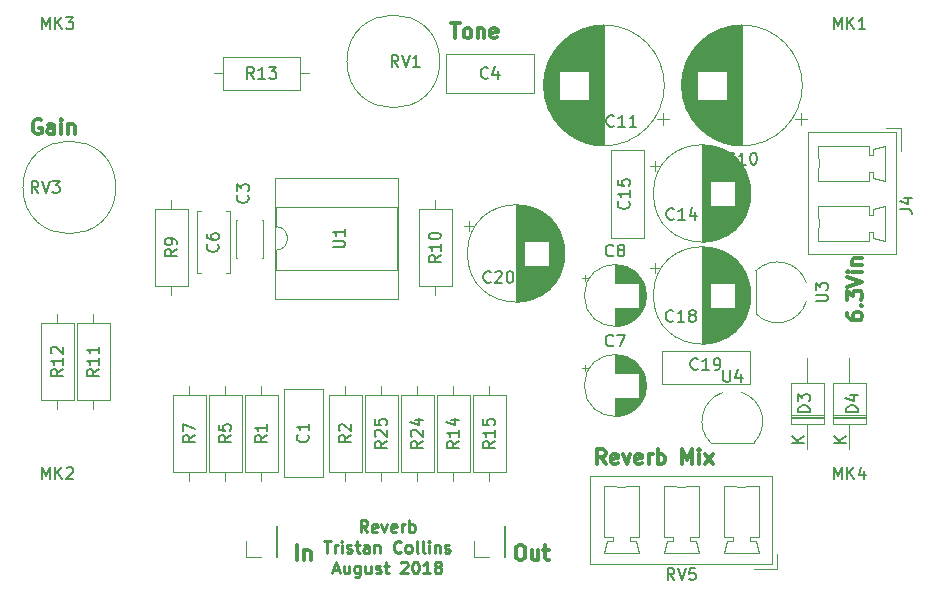
<source format=gbr>
%TF.GenerationSoftware,KiCad,Pcbnew,(5.1.5-0-10_14)*%
%TF.CreationDate,2020-09-13T21:22:06+01:00*%
%TF.ProjectId,SSFXPCB,53534658-5043-4422-9e6b-696361645f70,rev?*%
%TF.SameCoordinates,Original*%
%TF.FileFunction,Legend,Top*%
%TF.FilePolarity,Positive*%
%FSLAX46Y46*%
G04 Gerber Fmt 4.6, Leading zero omitted, Abs format (unit mm)*
G04 Created by KiCad (PCBNEW (5.1.5-0-10_14)) date 2020-09-13 21:22:06*
%MOMM*%
%LPD*%
G04 APERTURE LIST*
%ADD10C,0.300000*%
%ADD11C,0.250000*%
%ADD12C,0.120000*%
%ADD13C,0.150000*%
G04 APERTURE END LIST*
D10*
X171527476Y-124955666D02*
X171527476Y-125193761D01*
X171587000Y-125312809D01*
X171646523Y-125372333D01*
X171825095Y-125491380D01*
X172063190Y-125550904D01*
X172539380Y-125550904D01*
X172658428Y-125491380D01*
X172717952Y-125431857D01*
X172777476Y-125312809D01*
X172777476Y-125074714D01*
X172717952Y-124955666D01*
X172658428Y-124896142D01*
X172539380Y-124836619D01*
X172241761Y-124836619D01*
X172122714Y-124896142D01*
X172063190Y-124955666D01*
X172003666Y-125074714D01*
X172003666Y-125312809D01*
X172063190Y-125431857D01*
X172122714Y-125491380D01*
X172241761Y-125550904D01*
X172658428Y-124300904D02*
X172717952Y-124241380D01*
X172777476Y-124300904D01*
X172717952Y-124360428D01*
X172658428Y-124300904D01*
X172777476Y-124300904D01*
X171527476Y-123824714D02*
X171527476Y-123050904D01*
X172003666Y-123467571D01*
X172003666Y-123289000D01*
X172063190Y-123169952D01*
X172122714Y-123110428D01*
X172241761Y-123050904D01*
X172539380Y-123050904D01*
X172658428Y-123110428D01*
X172717952Y-123169952D01*
X172777476Y-123289000D01*
X172777476Y-123646142D01*
X172717952Y-123765190D01*
X172658428Y-123824714D01*
X171527476Y-122693761D02*
X172777476Y-122277095D01*
X171527476Y-121860428D01*
X172777476Y-121443761D02*
X171944142Y-121443761D01*
X171527476Y-121443761D02*
X171587000Y-121503285D01*
X171646523Y-121443761D01*
X171587000Y-121384238D01*
X171527476Y-121443761D01*
X171646523Y-121443761D01*
X171944142Y-120848523D02*
X172777476Y-120848523D01*
X172063190Y-120848523D02*
X172003666Y-120789000D01*
X171944142Y-120669952D01*
X171944142Y-120491380D01*
X172003666Y-120372333D01*
X172122714Y-120312809D01*
X172777476Y-120312809D01*
X103255380Y-108595000D02*
X103136333Y-108535476D01*
X102957761Y-108535476D01*
X102779190Y-108595000D01*
X102660142Y-108714047D01*
X102600619Y-108833095D01*
X102541095Y-109071190D01*
X102541095Y-109249761D01*
X102600619Y-109487857D01*
X102660142Y-109606904D01*
X102779190Y-109725952D01*
X102957761Y-109785476D01*
X103076809Y-109785476D01*
X103255380Y-109725952D01*
X103314904Y-109666428D01*
X103314904Y-109249761D01*
X103076809Y-109249761D01*
X104386333Y-109785476D02*
X104386333Y-109130714D01*
X104326809Y-109011666D01*
X104207761Y-108952142D01*
X103969666Y-108952142D01*
X103850619Y-109011666D01*
X104386333Y-109725952D02*
X104267285Y-109785476D01*
X103969666Y-109785476D01*
X103850619Y-109725952D01*
X103791095Y-109606904D01*
X103791095Y-109487857D01*
X103850619Y-109368809D01*
X103969666Y-109309285D01*
X104267285Y-109309285D01*
X104386333Y-109249761D01*
X104981571Y-109785476D02*
X104981571Y-108952142D01*
X104981571Y-108535476D02*
X104922047Y-108595000D01*
X104981571Y-108654523D01*
X105041095Y-108595000D01*
X104981571Y-108535476D01*
X104981571Y-108654523D01*
X105576809Y-108952142D02*
X105576809Y-109785476D01*
X105576809Y-109071190D02*
X105636333Y-109011666D01*
X105755380Y-108952142D01*
X105933952Y-108952142D01*
X106053000Y-109011666D01*
X106112523Y-109130714D01*
X106112523Y-109785476D01*
X137982047Y-100407476D02*
X138696333Y-100407476D01*
X138339190Y-101657476D02*
X138339190Y-100407476D01*
X139291571Y-101657476D02*
X139172523Y-101597952D01*
X139113000Y-101538428D01*
X139053476Y-101419380D01*
X139053476Y-101062238D01*
X139113000Y-100943190D01*
X139172523Y-100883666D01*
X139291571Y-100824142D01*
X139470142Y-100824142D01*
X139589190Y-100883666D01*
X139648714Y-100943190D01*
X139708238Y-101062238D01*
X139708238Y-101419380D01*
X139648714Y-101538428D01*
X139589190Y-101597952D01*
X139470142Y-101657476D01*
X139291571Y-101657476D01*
X140243952Y-100824142D02*
X140243952Y-101657476D01*
X140243952Y-100943190D02*
X140303476Y-100883666D01*
X140422523Y-100824142D01*
X140601095Y-100824142D01*
X140720142Y-100883666D01*
X140779666Y-101002714D01*
X140779666Y-101657476D01*
X141851095Y-101597952D02*
X141732047Y-101657476D01*
X141493952Y-101657476D01*
X141374904Y-101597952D01*
X141315380Y-101478904D01*
X141315380Y-101002714D01*
X141374904Y-100883666D01*
X141493952Y-100824142D01*
X141732047Y-100824142D01*
X141851095Y-100883666D01*
X141910619Y-101002714D01*
X141910619Y-101121761D01*
X141315380Y-101240809D01*
X151066904Y-137725476D02*
X150650238Y-137130238D01*
X150352619Y-137725476D02*
X150352619Y-136475476D01*
X150828809Y-136475476D01*
X150947857Y-136535000D01*
X151007380Y-136594523D01*
X151066904Y-136713571D01*
X151066904Y-136892142D01*
X151007380Y-137011190D01*
X150947857Y-137070714D01*
X150828809Y-137130238D01*
X150352619Y-137130238D01*
X152078809Y-137665952D02*
X151959761Y-137725476D01*
X151721666Y-137725476D01*
X151602619Y-137665952D01*
X151543095Y-137546904D01*
X151543095Y-137070714D01*
X151602619Y-136951666D01*
X151721666Y-136892142D01*
X151959761Y-136892142D01*
X152078809Y-136951666D01*
X152138333Y-137070714D01*
X152138333Y-137189761D01*
X151543095Y-137308809D01*
X152555000Y-136892142D02*
X152852619Y-137725476D01*
X153150238Y-136892142D01*
X154102619Y-137665952D02*
X153983571Y-137725476D01*
X153745476Y-137725476D01*
X153626428Y-137665952D01*
X153566904Y-137546904D01*
X153566904Y-137070714D01*
X153626428Y-136951666D01*
X153745476Y-136892142D01*
X153983571Y-136892142D01*
X154102619Y-136951666D01*
X154162142Y-137070714D01*
X154162142Y-137189761D01*
X153566904Y-137308809D01*
X154697857Y-137725476D02*
X154697857Y-136892142D01*
X154697857Y-137130238D02*
X154757380Y-137011190D01*
X154816904Y-136951666D01*
X154935952Y-136892142D01*
X155055000Y-136892142D01*
X155471666Y-137725476D02*
X155471666Y-136475476D01*
X155471666Y-136951666D02*
X155590714Y-136892142D01*
X155828809Y-136892142D01*
X155947857Y-136951666D01*
X156007380Y-137011190D01*
X156066904Y-137130238D01*
X156066904Y-137487380D01*
X156007380Y-137606428D01*
X155947857Y-137665952D01*
X155828809Y-137725476D01*
X155590714Y-137725476D01*
X155471666Y-137665952D01*
X157555000Y-137725476D02*
X157555000Y-136475476D01*
X157971666Y-137368333D01*
X158388333Y-136475476D01*
X158388333Y-137725476D01*
X158983571Y-137725476D02*
X158983571Y-136892142D01*
X158983571Y-136475476D02*
X158924047Y-136535000D01*
X158983571Y-136594523D01*
X159043095Y-136535000D01*
X158983571Y-136475476D01*
X158983571Y-136594523D01*
X159459761Y-137725476D02*
X160114523Y-136892142D01*
X159459761Y-136892142D02*
X160114523Y-137725476D01*
X143738333Y-144603476D02*
X143976428Y-144603476D01*
X144095476Y-144663000D01*
X144214523Y-144782047D01*
X144274047Y-145020142D01*
X144274047Y-145436809D01*
X144214523Y-145674904D01*
X144095476Y-145793952D01*
X143976428Y-145853476D01*
X143738333Y-145853476D01*
X143619285Y-145793952D01*
X143500238Y-145674904D01*
X143440714Y-145436809D01*
X143440714Y-145020142D01*
X143500238Y-144782047D01*
X143619285Y-144663000D01*
X143738333Y-144603476D01*
X145345476Y-145020142D02*
X145345476Y-145853476D01*
X144809761Y-145020142D02*
X144809761Y-145674904D01*
X144869285Y-145793952D01*
X144988333Y-145853476D01*
X145166904Y-145853476D01*
X145285952Y-145793952D01*
X145345476Y-145734428D01*
X145762142Y-145020142D02*
X146238333Y-145020142D01*
X145940714Y-144603476D02*
X145940714Y-145674904D01*
X146000238Y-145793952D01*
X146119285Y-145853476D01*
X146238333Y-145853476D01*
X124952619Y-145853476D02*
X124952619Y-144603476D01*
X125547857Y-145020142D02*
X125547857Y-145853476D01*
X125547857Y-145139190D02*
X125607380Y-145079666D01*
X125726428Y-145020142D01*
X125905000Y-145020142D01*
X126024047Y-145079666D01*
X126083571Y-145198714D01*
X126083571Y-145853476D01*
D11*
X130897523Y-143482380D02*
X130564190Y-143006190D01*
X130326095Y-143482380D02*
X130326095Y-142482380D01*
X130707047Y-142482380D01*
X130802285Y-142530000D01*
X130849904Y-142577619D01*
X130897523Y-142672857D01*
X130897523Y-142815714D01*
X130849904Y-142910952D01*
X130802285Y-142958571D01*
X130707047Y-143006190D01*
X130326095Y-143006190D01*
X131707047Y-143434761D02*
X131611809Y-143482380D01*
X131421333Y-143482380D01*
X131326095Y-143434761D01*
X131278476Y-143339523D01*
X131278476Y-142958571D01*
X131326095Y-142863333D01*
X131421333Y-142815714D01*
X131611809Y-142815714D01*
X131707047Y-142863333D01*
X131754666Y-142958571D01*
X131754666Y-143053809D01*
X131278476Y-143149047D01*
X132088000Y-142815714D02*
X132326095Y-143482380D01*
X132564190Y-142815714D01*
X133326095Y-143434761D02*
X133230857Y-143482380D01*
X133040380Y-143482380D01*
X132945142Y-143434761D01*
X132897523Y-143339523D01*
X132897523Y-142958571D01*
X132945142Y-142863333D01*
X133040380Y-142815714D01*
X133230857Y-142815714D01*
X133326095Y-142863333D01*
X133373714Y-142958571D01*
X133373714Y-143053809D01*
X132897523Y-143149047D01*
X133802285Y-143482380D02*
X133802285Y-142815714D01*
X133802285Y-143006190D02*
X133849904Y-142910952D01*
X133897523Y-142863333D01*
X133992761Y-142815714D01*
X134088000Y-142815714D01*
X134421333Y-143482380D02*
X134421333Y-142482380D01*
X134421333Y-142863333D02*
X134516571Y-142815714D01*
X134707047Y-142815714D01*
X134802285Y-142863333D01*
X134849904Y-142910952D01*
X134897523Y-143006190D01*
X134897523Y-143291904D01*
X134849904Y-143387142D01*
X134802285Y-143434761D01*
X134707047Y-143482380D01*
X134516571Y-143482380D01*
X134421333Y-143434761D01*
X127207047Y-144232380D02*
X127778476Y-144232380D01*
X127492761Y-145232380D02*
X127492761Y-144232380D01*
X128111809Y-145232380D02*
X128111809Y-144565714D01*
X128111809Y-144756190D02*
X128159428Y-144660952D01*
X128207047Y-144613333D01*
X128302285Y-144565714D01*
X128397523Y-144565714D01*
X128730857Y-145232380D02*
X128730857Y-144565714D01*
X128730857Y-144232380D02*
X128683238Y-144280000D01*
X128730857Y-144327619D01*
X128778476Y-144280000D01*
X128730857Y-144232380D01*
X128730857Y-144327619D01*
X129159428Y-145184761D02*
X129254666Y-145232380D01*
X129445142Y-145232380D01*
X129540380Y-145184761D01*
X129588000Y-145089523D01*
X129588000Y-145041904D01*
X129540380Y-144946666D01*
X129445142Y-144899047D01*
X129302285Y-144899047D01*
X129207047Y-144851428D01*
X129159428Y-144756190D01*
X129159428Y-144708571D01*
X129207047Y-144613333D01*
X129302285Y-144565714D01*
X129445142Y-144565714D01*
X129540380Y-144613333D01*
X129873714Y-144565714D02*
X130254666Y-144565714D01*
X130016571Y-144232380D02*
X130016571Y-145089523D01*
X130064190Y-145184761D01*
X130159428Y-145232380D01*
X130254666Y-145232380D01*
X131016571Y-145232380D02*
X131016571Y-144708571D01*
X130968952Y-144613333D01*
X130873714Y-144565714D01*
X130683238Y-144565714D01*
X130588000Y-144613333D01*
X131016571Y-145184761D02*
X130921333Y-145232380D01*
X130683238Y-145232380D01*
X130588000Y-145184761D01*
X130540380Y-145089523D01*
X130540380Y-144994285D01*
X130588000Y-144899047D01*
X130683238Y-144851428D01*
X130921333Y-144851428D01*
X131016571Y-144803809D01*
X131492761Y-144565714D02*
X131492761Y-145232380D01*
X131492761Y-144660952D02*
X131540380Y-144613333D01*
X131635619Y-144565714D01*
X131778476Y-144565714D01*
X131873714Y-144613333D01*
X131921333Y-144708571D01*
X131921333Y-145232380D01*
X133730857Y-145137142D02*
X133683238Y-145184761D01*
X133540380Y-145232380D01*
X133445142Y-145232380D01*
X133302285Y-145184761D01*
X133207047Y-145089523D01*
X133159428Y-144994285D01*
X133111809Y-144803809D01*
X133111809Y-144660952D01*
X133159428Y-144470476D01*
X133207047Y-144375238D01*
X133302285Y-144280000D01*
X133445142Y-144232380D01*
X133540380Y-144232380D01*
X133683238Y-144280000D01*
X133730857Y-144327619D01*
X134302285Y-145232380D02*
X134207047Y-145184761D01*
X134159428Y-145137142D01*
X134111809Y-145041904D01*
X134111809Y-144756190D01*
X134159428Y-144660952D01*
X134207047Y-144613333D01*
X134302285Y-144565714D01*
X134445142Y-144565714D01*
X134540380Y-144613333D01*
X134588000Y-144660952D01*
X134635619Y-144756190D01*
X134635619Y-145041904D01*
X134588000Y-145137142D01*
X134540380Y-145184761D01*
X134445142Y-145232380D01*
X134302285Y-145232380D01*
X135207047Y-145232380D02*
X135111809Y-145184761D01*
X135064190Y-145089523D01*
X135064190Y-144232380D01*
X135730857Y-145232380D02*
X135635619Y-145184761D01*
X135588000Y-145089523D01*
X135588000Y-144232380D01*
X136111809Y-145232380D02*
X136111809Y-144565714D01*
X136111809Y-144232380D02*
X136064190Y-144280000D01*
X136111809Y-144327619D01*
X136159428Y-144280000D01*
X136111809Y-144232380D01*
X136111809Y-144327619D01*
X136588000Y-144565714D02*
X136588000Y-145232380D01*
X136588000Y-144660952D02*
X136635619Y-144613333D01*
X136730857Y-144565714D01*
X136873714Y-144565714D01*
X136968952Y-144613333D01*
X137016571Y-144708571D01*
X137016571Y-145232380D01*
X137445142Y-145184761D02*
X137540380Y-145232380D01*
X137730857Y-145232380D01*
X137826095Y-145184761D01*
X137873714Y-145089523D01*
X137873714Y-145041904D01*
X137826095Y-144946666D01*
X137730857Y-144899047D01*
X137588000Y-144899047D01*
X137492761Y-144851428D01*
X137445142Y-144756190D01*
X137445142Y-144708571D01*
X137492761Y-144613333D01*
X137588000Y-144565714D01*
X137730857Y-144565714D01*
X137826095Y-144613333D01*
X128016571Y-146696666D02*
X128492761Y-146696666D01*
X127921333Y-146982380D02*
X128254666Y-145982380D01*
X128588000Y-146982380D01*
X129349904Y-146315714D02*
X129349904Y-146982380D01*
X128921333Y-146315714D02*
X128921333Y-146839523D01*
X128968952Y-146934761D01*
X129064190Y-146982380D01*
X129207047Y-146982380D01*
X129302285Y-146934761D01*
X129349904Y-146887142D01*
X130254666Y-146315714D02*
X130254666Y-147125238D01*
X130207047Y-147220476D01*
X130159428Y-147268095D01*
X130064190Y-147315714D01*
X129921333Y-147315714D01*
X129826095Y-147268095D01*
X130254666Y-146934761D02*
X130159428Y-146982380D01*
X129968952Y-146982380D01*
X129873714Y-146934761D01*
X129826095Y-146887142D01*
X129778476Y-146791904D01*
X129778476Y-146506190D01*
X129826095Y-146410952D01*
X129873714Y-146363333D01*
X129968952Y-146315714D01*
X130159428Y-146315714D01*
X130254666Y-146363333D01*
X131159428Y-146315714D02*
X131159428Y-146982380D01*
X130730857Y-146315714D02*
X130730857Y-146839523D01*
X130778476Y-146934761D01*
X130873714Y-146982380D01*
X131016571Y-146982380D01*
X131111809Y-146934761D01*
X131159428Y-146887142D01*
X131588000Y-146934761D02*
X131683238Y-146982380D01*
X131873714Y-146982380D01*
X131968952Y-146934761D01*
X132016571Y-146839523D01*
X132016571Y-146791904D01*
X131968952Y-146696666D01*
X131873714Y-146649047D01*
X131730857Y-146649047D01*
X131635619Y-146601428D01*
X131588000Y-146506190D01*
X131588000Y-146458571D01*
X131635619Y-146363333D01*
X131730857Y-146315714D01*
X131873714Y-146315714D01*
X131968952Y-146363333D01*
X132302285Y-146315714D02*
X132683238Y-146315714D01*
X132445142Y-145982380D02*
X132445142Y-146839523D01*
X132492761Y-146934761D01*
X132588000Y-146982380D01*
X132683238Y-146982380D01*
X133730857Y-146077619D02*
X133778476Y-146030000D01*
X133873714Y-145982380D01*
X134111809Y-145982380D01*
X134207047Y-146030000D01*
X134254666Y-146077619D01*
X134302285Y-146172857D01*
X134302285Y-146268095D01*
X134254666Y-146410952D01*
X133683238Y-146982380D01*
X134302285Y-146982380D01*
X134921333Y-145982380D02*
X135016571Y-145982380D01*
X135111809Y-146030000D01*
X135159428Y-146077619D01*
X135207047Y-146172857D01*
X135254666Y-146363333D01*
X135254666Y-146601428D01*
X135207047Y-146791904D01*
X135159428Y-146887142D01*
X135111809Y-146934761D01*
X135016571Y-146982380D01*
X134921333Y-146982380D01*
X134826095Y-146934761D01*
X134778476Y-146887142D01*
X134730857Y-146791904D01*
X134683238Y-146601428D01*
X134683238Y-146363333D01*
X134730857Y-146172857D01*
X134778476Y-146077619D01*
X134826095Y-146030000D01*
X134921333Y-145982380D01*
X136207047Y-146982380D02*
X135635619Y-146982380D01*
X135921333Y-146982380D02*
X135921333Y-145982380D01*
X135826095Y-146125238D01*
X135730857Y-146220476D01*
X135635619Y-146268095D01*
X136778476Y-146410952D02*
X136683238Y-146363333D01*
X136635619Y-146315714D01*
X136588000Y-146220476D01*
X136588000Y-146172857D01*
X136635619Y-146077619D01*
X136683238Y-146030000D01*
X136778476Y-145982380D01*
X136968952Y-145982380D01*
X137064190Y-146030000D01*
X137111809Y-146077619D01*
X137159428Y-146172857D01*
X137159428Y-146220476D01*
X137111809Y-146315714D01*
X137064190Y-146363333D01*
X136968952Y-146410952D01*
X136778476Y-146410952D01*
X136683238Y-146458571D01*
X136635619Y-146506190D01*
X136588000Y-146601428D01*
X136588000Y-146791904D01*
X136635619Y-146887142D01*
X136683238Y-146934761D01*
X136778476Y-146982380D01*
X136968952Y-146982380D01*
X137064190Y-146934761D01*
X137111809Y-146887142D01*
X137159428Y-146791904D01*
X137159428Y-146601428D01*
X137111809Y-146506190D01*
X137064190Y-146458571D01*
X136968952Y-146410952D01*
D12*
X161810353Y-139582155D02*
G75*
G03X163310000Y-139582000I749647J1700155D01*
G01*
X156730353Y-139582155D02*
G75*
G03X158230000Y-139582000I749647J1700155D01*
G01*
X151650353Y-139582155D02*
G75*
G03X153150000Y-139582000I749647J1700155D01*
G01*
X165180000Y-146162000D02*
X165180000Y-138752000D01*
X165180000Y-138752000D02*
X149780000Y-138752000D01*
X149780000Y-138752000D02*
X149780000Y-146162000D01*
X149780000Y-146162000D02*
X165180000Y-146162000D01*
X163310000Y-139582000D02*
X164060000Y-139582000D01*
X164060000Y-139582000D02*
X164060000Y-143882000D01*
X164060000Y-143882000D02*
X163310000Y-143882000D01*
X163310000Y-143882000D02*
X163310000Y-144232000D01*
X163310000Y-144232000D02*
X163810000Y-144232000D01*
X163810000Y-144232000D02*
X164060000Y-145232000D01*
X164060000Y-145232000D02*
X161060000Y-145232000D01*
X161060000Y-145232000D02*
X161310000Y-144232000D01*
X161310000Y-144232000D02*
X161810000Y-144232000D01*
X161810000Y-144232000D02*
X161810000Y-143882000D01*
X161810000Y-143882000D02*
X161060000Y-143882000D01*
X161060000Y-143882000D02*
X161060000Y-139582000D01*
X161060000Y-139582000D02*
X161810000Y-139582000D01*
X158230000Y-139582000D02*
X158980000Y-139582000D01*
X158980000Y-139582000D02*
X158980000Y-143882000D01*
X158980000Y-143882000D02*
X158230000Y-143882000D01*
X158230000Y-143882000D02*
X158230000Y-144232000D01*
X158230000Y-144232000D02*
X158730000Y-144232000D01*
X158730000Y-144232000D02*
X158980000Y-145232000D01*
X158980000Y-145232000D02*
X155980000Y-145232000D01*
X155980000Y-145232000D02*
X156230000Y-144232000D01*
X156230000Y-144232000D02*
X156730000Y-144232000D01*
X156730000Y-144232000D02*
X156730000Y-143882000D01*
X156730000Y-143882000D02*
X155980000Y-143882000D01*
X155980000Y-143882000D02*
X155980000Y-139582000D01*
X155980000Y-139582000D02*
X156730000Y-139582000D01*
X153150000Y-139582000D02*
X153900000Y-139582000D01*
X153900000Y-139582000D02*
X153900000Y-143882000D01*
X153900000Y-143882000D02*
X153150000Y-143882000D01*
X153150000Y-143882000D02*
X153150000Y-144232000D01*
X153150000Y-144232000D02*
X153650000Y-144232000D01*
X153650000Y-144232000D02*
X153900000Y-145232000D01*
X153900000Y-145232000D02*
X150900000Y-145232000D01*
X150900000Y-145232000D02*
X151150000Y-144232000D01*
X151150000Y-144232000D02*
X151650000Y-144232000D01*
X151650000Y-144232000D02*
X151650000Y-143882000D01*
X151650000Y-143882000D02*
X150900000Y-143882000D01*
X150900000Y-143882000D02*
X150900000Y-139582000D01*
X150900000Y-139582000D02*
X151650000Y-139582000D01*
X165600000Y-145332000D02*
X165600000Y-146582000D01*
X165600000Y-146582000D02*
X163600000Y-146582000D01*
X154278000Y-111128000D02*
X154278000Y-118568000D01*
X151538000Y-111128000D02*
X151538000Y-118568000D01*
X154278000Y-111128000D02*
X151538000Y-111128000D01*
X154278000Y-118568000D02*
X151538000Y-118568000D01*
X109594000Y-114300000D02*
G75*
G03X109594000Y-114300000I-3930000J0D01*
G01*
X135128000Y-139168000D02*
X135128000Y-138398000D01*
X135128000Y-131088000D02*
X135128000Y-131858000D01*
X136498000Y-138398000D02*
X136498000Y-131858000D01*
X133758000Y-138398000D02*
X136498000Y-138398000D01*
X133758000Y-131858000D02*
X133758000Y-138398000D01*
X136498000Y-131858000D02*
X133758000Y-131858000D01*
X155220302Y-120729000D02*
X155220302Y-121529000D01*
X154820302Y-121129000D02*
X155620302Y-121129000D01*
X163311000Y-122911000D02*
X163311000Y-123977000D01*
X163271000Y-122676000D02*
X163271000Y-124212000D01*
X163231000Y-122496000D02*
X163231000Y-124392000D01*
X163191000Y-122346000D02*
X163191000Y-124542000D01*
X163151000Y-122215000D02*
X163151000Y-124673000D01*
X163111000Y-122098000D02*
X163111000Y-124790000D01*
X163071000Y-121991000D02*
X163071000Y-124897000D01*
X163031000Y-121892000D02*
X163031000Y-124996000D01*
X162991000Y-121799000D02*
X162991000Y-125089000D01*
X162951000Y-121713000D02*
X162951000Y-125175000D01*
X162911000Y-121631000D02*
X162911000Y-125257000D01*
X162871000Y-121554000D02*
X162871000Y-125334000D01*
X162831000Y-121480000D02*
X162831000Y-125408000D01*
X162791000Y-121410000D02*
X162791000Y-125478000D01*
X162751000Y-121342000D02*
X162751000Y-125546000D01*
X162711000Y-121278000D02*
X162711000Y-125610000D01*
X162671000Y-121216000D02*
X162671000Y-125672000D01*
X162631000Y-121157000D02*
X162631000Y-125731000D01*
X162591000Y-121099000D02*
X162591000Y-125789000D01*
X162551000Y-121044000D02*
X162551000Y-125844000D01*
X162511000Y-120990000D02*
X162511000Y-125898000D01*
X162471000Y-120939000D02*
X162471000Y-125949000D01*
X162431000Y-120888000D02*
X162431000Y-126000000D01*
X162391000Y-120840000D02*
X162391000Y-126048000D01*
X162351000Y-120793000D02*
X162351000Y-126095000D01*
X162311000Y-120747000D02*
X162311000Y-126141000D01*
X162271000Y-120703000D02*
X162271000Y-126185000D01*
X162231000Y-120660000D02*
X162231000Y-126228000D01*
X162191000Y-120618000D02*
X162191000Y-126270000D01*
X162151000Y-120577000D02*
X162151000Y-126311000D01*
X162111000Y-120537000D02*
X162111000Y-126351000D01*
X162071000Y-120499000D02*
X162071000Y-126389000D01*
X162031000Y-120461000D02*
X162031000Y-126427000D01*
X161991000Y-124484000D02*
X161991000Y-126463000D01*
X161991000Y-120425000D02*
X161991000Y-122404000D01*
X161951000Y-124484000D02*
X161951000Y-126499000D01*
X161951000Y-120389000D02*
X161951000Y-122404000D01*
X161911000Y-124484000D02*
X161911000Y-126534000D01*
X161911000Y-120354000D02*
X161911000Y-122404000D01*
X161871000Y-124484000D02*
X161871000Y-126568000D01*
X161871000Y-120320000D02*
X161871000Y-122404000D01*
X161831000Y-124484000D02*
X161831000Y-126600000D01*
X161831000Y-120288000D02*
X161831000Y-122404000D01*
X161791000Y-124484000D02*
X161791000Y-126633000D01*
X161791000Y-120255000D02*
X161791000Y-122404000D01*
X161751000Y-124484000D02*
X161751000Y-126664000D01*
X161751000Y-120224000D02*
X161751000Y-122404000D01*
X161711000Y-124484000D02*
X161711000Y-126694000D01*
X161711000Y-120194000D02*
X161711000Y-122404000D01*
X161671000Y-124484000D02*
X161671000Y-126724000D01*
X161671000Y-120164000D02*
X161671000Y-122404000D01*
X161631000Y-124484000D02*
X161631000Y-126753000D01*
X161631000Y-120135000D02*
X161631000Y-122404000D01*
X161591000Y-124484000D02*
X161591000Y-126782000D01*
X161591000Y-120106000D02*
X161591000Y-122404000D01*
X161551000Y-124484000D02*
X161551000Y-126809000D01*
X161551000Y-120079000D02*
X161551000Y-122404000D01*
X161511000Y-124484000D02*
X161511000Y-126836000D01*
X161511000Y-120052000D02*
X161511000Y-122404000D01*
X161471000Y-124484000D02*
X161471000Y-126862000D01*
X161471000Y-120026000D02*
X161471000Y-122404000D01*
X161431000Y-124484000D02*
X161431000Y-126888000D01*
X161431000Y-120000000D02*
X161431000Y-122404000D01*
X161391000Y-124484000D02*
X161391000Y-126913000D01*
X161391000Y-119975000D02*
X161391000Y-122404000D01*
X161351000Y-124484000D02*
X161351000Y-126937000D01*
X161351000Y-119951000D02*
X161351000Y-122404000D01*
X161311000Y-124484000D02*
X161311000Y-126961000D01*
X161311000Y-119927000D02*
X161311000Y-122404000D01*
X161271000Y-124484000D02*
X161271000Y-126984000D01*
X161271000Y-119904000D02*
X161271000Y-122404000D01*
X161231000Y-124484000D02*
X161231000Y-127006000D01*
X161231000Y-119882000D02*
X161231000Y-122404000D01*
X161191000Y-124484000D02*
X161191000Y-127028000D01*
X161191000Y-119860000D02*
X161191000Y-122404000D01*
X161151000Y-124484000D02*
X161151000Y-127050000D01*
X161151000Y-119838000D02*
X161151000Y-122404000D01*
X161111000Y-124484000D02*
X161111000Y-127071000D01*
X161111000Y-119817000D02*
X161111000Y-122404000D01*
X161071000Y-124484000D02*
X161071000Y-127091000D01*
X161071000Y-119797000D02*
X161071000Y-122404000D01*
X161031000Y-124484000D02*
X161031000Y-127110000D01*
X161031000Y-119778000D02*
X161031000Y-122404000D01*
X160991000Y-124484000D02*
X160991000Y-127130000D01*
X160991000Y-119758000D02*
X160991000Y-122404000D01*
X160951000Y-124484000D02*
X160951000Y-127148000D01*
X160951000Y-119740000D02*
X160951000Y-122404000D01*
X160911000Y-124484000D02*
X160911000Y-127166000D01*
X160911000Y-119722000D02*
X160911000Y-122404000D01*
X160871000Y-124484000D02*
X160871000Y-127184000D01*
X160871000Y-119704000D02*
X160871000Y-122404000D01*
X160831000Y-124484000D02*
X160831000Y-127201000D01*
X160831000Y-119687000D02*
X160831000Y-122404000D01*
X160791000Y-124484000D02*
X160791000Y-127218000D01*
X160791000Y-119670000D02*
X160791000Y-122404000D01*
X160751000Y-124484000D02*
X160751000Y-127234000D01*
X160751000Y-119654000D02*
X160751000Y-122404000D01*
X160711000Y-124484000D02*
X160711000Y-127249000D01*
X160711000Y-119639000D02*
X160711000Y-122404000D01*
X160671000Y-124484000D02*
X160671000Y-127265000D01*
X160671000Y-119623000D02*
X160671000Y-122404000D01*
X160631000Y-124484000D02*
X160631000Y-127279000D01*
X160631000Y-119609000D02*
X160631000Y-122404000D01*
X160591000Y-124484000D02*
X160591000Y-127294000D01*
X160591000Y-119594000D02*
X160591000Y-122404000D01*
X160551000Y-124484000D02*
X160551000Y-127307000D01*
X160551000Y-119581000D02*
X160551000Y-122404000D01*
X160511000Y-124484000D02*
X160511000Y-127321000D01*
X160511000Y-119567000D02*
X160511000Y-122404000D01*
X160471000Y-124484000D02*
X160471000Y-127333000D01*
X160471000Y-119555000D02*
X160471000Y-122404000D01*
X160431000Y-124484000D02*
X160431000Y-127346000D01*
X160431000Y-119542000D02*
X160431000Y-122404000D01*
X160391000Y-124484000D02*
X160391000Y-127358000D01*
X160391000Y-119530000D02*
X160391000Y-122404000D01*
X160351000Y-124484000D02*
X160351000Y-127369000D01*
X160351000Y-119519000D02*
X160351000Y-122404000D01*
X160311000Y-124484000D02*
X160311000Y-127380000D01*
X160311000Y-119508000D02*
X160311000Y-122404000D01*
X160271000Y-124484000D02*
X160271000Y-127391000D01*
X160271000Y-119497000D02*
X160271000Y-122404000D01*
X160231000Y-124484000D02*
X160231000Y-127401000D01*
X160231000Y-119487000D02*
X160231000Y-122404000D01*
X160191000Y-124484000D02*
X160191000Y-127411000D01*
X160191000Y-119477000D02*
X160191000Y-122404000D01*
X160151000Y-124484000D02*
X160151000Y-127420000D01*
X160151000Y-119468000D02*
X160151000Y-122404000D01*
X160111000Y-124484000D02*
X160111000Y-127429000D01*
X160111000Y-119459000D02*
X160111000Y-122404000D01*
X160071000Y-124484000D02*
X160071000Y-127438000D01*
X160071000Y-119450000D02*
X160071000Y-122404000D01*
X160031000Y-124484000D02*
X160031000Y-127446000D01*
X160031000Y-119442000D02*
X160031000Y-122404000D01*
X159991000Y-124484000D02*
X159991000Y-127454000D01*
X159991000Y-119434000D02*
X159991000Y-122404000D01*
X159951000Y-124484000D02*
X159951000Y-127461000D01*
X159951000Y-119427000D02*
X159951000Y-122404000D01*
X159910000Y-119420000D02*
X159910000Y-127468000D01*
X159870000Y-119414000D02*
X159870000Y-127474000D01*
X159830000Y-119407000D02*
X159830000Y-127481000D01*
X159790000Y-119402000D02*
X159790000Y-127486000D01*
X159750000Y-119396000D02*
X159750000Y-127492000D01*
X159710000Y-119392000D02*
X159710000Y-127496000D01*
X159670000Y-119387000D02*
X159670000Y-127501000D01*
X159630000Y-119383000D02*
X159630000Y-127505000D01*
X159590000Y-119379000D02*
X159590000Y-127509000D01*
X159550000Y-119376000D02*
X159550000Y-127512000D01*
X159510000Y-119373000D02*
X159510000Y-127515000D01*
X159470000Y-119370000D02*
X159470000Y-127518000D01*
X159430000Y-119368000D02*
X159430000Y-127520000D01*
X159390000Y-119367000D02*
X159390000Y-127521000D01*
X159350000Y-119365000D02*
X159350000Y-127523000D01*
X159310000Y-119364000D02*
X159310000Y-127524000D01*
X159270000Y-119364000D02*
X159270000Y-127524000D01*
X159230000Y-119364000D02*
X159230000Y-127524000D01*
X163350000Y-123444000D02*
G75*
G03X163350000Y-123444000I-4120000J0D01*
G01*
X155220302Y-112093000D02*
X155220302Y-112893000D01*
X154820302Y-112493000D02*
X155620302Y-112493000D01*
X163311000Y-114275000D02*
X163311000Y-115341000D01*
X163271000Y-114040000D02*
X163271000Y-115576000D01*
X163231000Y-113860000D02*
X163231000Y-115756000D01*
X163191000Y-113710000D02*
X163191000Y-115906000D01*
X163151000Y-113579000D02*
X163151000Y-116037000D01*
X163111000Y-113462000D02*
X163111000Y-116154000D01*
X163071000Y-113355000D02*
X163071000Y-116261000D01*
X163031000Y-113256000D02*
X163031000Y-116360000D01*
X162991000Y-113163000D02*
X162991000Y-116453000D01*
X162951000Y-113077000D02*
X162951000Y-116539000D01*
X162911000Y-112995000D02*
X162911000Y-116621000D01*
X162871000Y-112918000D02*
X162871000Y-116698000D01*
X162831000Y-112844000D02*
X162831000Y-116772000D01*
X162791000Y-112774000D02*
X162791000Y-116842000D01*
X162751000Y-112706000D02*
X162751000Y-116910000D01*
X162711000Y-112642000D02*
X162711000Y-116974000D01*
X162671000Y-112580000D02*
X162671000Y-117036000D01*
X162631000Y-112521000D02*
X162631000Y-117095000D01*
X162591000Y-112463000D02*
X162591000Y-117153000D01*
X162551000Y-112408000D02*
X162551000Y-117208000D01*
X162511000Y-112354000D02*
X162511000Y-117262000D01*
X162471000Y-112303000D02*
X162471000Y-117313000D01*
X162431000Y-112252000D02*
X162431000Y-117364000D01*
X162391000Y-112204000D02*
X162391000Y-117412000D01*
X162351000Y-112157000D02*
X162351000Y-117459000D01*
X162311000Y-112111000D02*
X162311000Y-117505000D01*
X162271000Y-112067000D02*
X162271000Y-117549000D01*
X162231000Y-112024000D02*
X162231000Y-117592000D01*
X162191000Y-111982000D02*
X162191000Y-117634000D01*
X162151000Y-111941000D02*
X162151000Y-117675000D01*
X162111000Y-111901000D02*
X162111000Y-117715000D01*
X162071000Y-111863000D02*
X162071000Y-117753000D01*
X162031000Y-111825000D02*
X162031000Y-117791000D01*
X161991000Y-115848000D02*
X161991000Y-117827000D01*
X161991000Y-111789000D02*
X161991000Y-113768000D01*
X161951000Y-115848000D02*
X161951000Y-117863000D01*
X161951000Y-111753000D02*
X161951000Y-113768000D01*
X161911000Y-115848000D02*
X161911000Y-117898000D01*
X161911000Y-111718000D02*
X161911000Y-113768000D01*
X161871000Y-115848000D02*
X161871000Y-117932000D01*
X161871000Y-111684000D02*
X161871000Y-113768000D01*
X161831000Y-115848000D02*
X161831000Y-117964000D01*
X161831000Y-111652000D02*
X161831000Y-113768000D01*
X161791000Y-115848000D02*
X161791000Y-117997000D01*
X161791000Y-111619000D02*
X161791000Y-113768000D01*
X161751000Y-115848000D02*
X161751000Y-118028000D01*
X161751000Y-111588000D02*
X161751000Y-113768000D01*
X161711000Y-115848000D02*
X161711000Y-118058000D01*
X161711000Y-111558000D02*
X161711000Y-113768000D01*
X161671000Y-115848000D02*
X161671000Y-118088000D01*
X161671000Y-111528000D02*
X161671000Y-113768000D01*
X161631000Y-115848000D02*
X161631000Y-118117000D01*
X161631000Y-111499000D02*
X161631000Y-113768000D01*
X161591000Y-115848000D02*
X161591000Y-118146000D01*
X161591000Y-111470000D02*
X161591000Y-113768000D01*
X161551000Y-115848000D02*
X161551000Y-118173000D01*
X161551000Y-111443000D02*
X161551000Y-113768000D01*
X161511000Y-115848000D02*
X161511000Y-118200000D01*
X161511000Y-111416000D02*
X161511000Y-113768000D01*
X161471000Y-115848000D02*
X161471000Y-118226000D01*
X161471000Y-111390000D02*
X161471000Y-113768000D01*
X161431000Y-115848000D02*
X161431000Y-118252000D01*
X161431000Y-111364000D02*
X161431000Y-113768000D01*
X161391000Y-115848000D02*
X161391000Y-118277000D01*
X161391000Y-111339000D02*
X161391000Y-113768000D01*
X161351000Y-115848000D02*
X161351000Y-118301000D01*
X161351000Y-111315000D02*
X161351000Y-113768000D01*
X161311000Y-115848000D02*
X161311000Y-118325000D01*
X161311000Y-111291000D02*
X161311000Y-113768000D01*
X161271000Y-115848000D02*
X161271000Y-118348000D01*
X161271000Y-111268000D02*
X161271000Y-113768000D01*
X161231000Y-115848000D02*
X161231000Y-118370000D01*
X161231000Y-111246000D02*
X161231000Y-113768000D01*
X161191000Y-115848000D02*
X161191000Y-118392000D01*
X161191000Y-111224000D02*
X161191000Y-113768000D01*
X161151000Y-115848000D02*
X161151000Y-118414000D01*
X161151000Y-111202000D02*
X161151000Y-113768000D01*
X161111000Y-115848000D02*
X161111000Y-118435000D01*
X161111000Y-111181000D02*
X161111000Y-113768000D01*
X161071000Y-115848000D02*
X161071000Y-118455000D01*
X161071000Y-111161000D02*
X161071000Y-113768000D01*
X161031000Y-115848000D02*
X161031000Y-118474000D01*
X161031000Y-111142000D02*
X161031000Y-113768000D01*
X160991000Y-115848000D02*
X160991000Y-118494000D01*
X160991000Y-111122000D02*
X160991000Y-113768000D01*
X160951000Y-115848000D02*
X160951000Y-118512000D01*
X160951000Y-111104000D02*
X160951000Y-113768000D01*
X160911000Y-115848000D02*
X160911000Y-118530000D01*
X160911000Y-111086000D02*
X160911000Y-113768000D01*
X160871000Y-115848000D02*
X160871000Y-118548000D01*
X160871000Y-111068000D02*
X160871000Y-113768000D01*
X160831000Y-115848000D02*
X160831000Y-118565000D01*
X160831000Y-111051000D02*
X160831000Y-113768000D01*
X160791000Y-115848000D02*
X160791000Y-118582000D01*
X160791000Y-111034000D02*
X160791000Y-113768000D01*
X160751000Y-115848000D02*
X160751000Y-118598000D01*
X160751000Y-111018000D02*
X160751000Y-113768000D01*
X160711000Y-115848000D02*
X160711000Y-118613000D01*
X160711000Y-111003000D02*
X160711000Y-113768000D01*
X160671000Y-115848000D02*
X160671000Y-118629000D01*
X160671000Y-110987000D02*
X160671000Y-113768000D01*
X160631000Y-115848000D02*
X160631000Y-118643000D01*
X160631000Y-110973000D02*
X160631000Y-113768000D01*
X160591000Y-115848000D02*
X160591000Y-118658000D01*
X160591000Y-110958000D02*
X160591000Y-113768000D01*
X160551000Y-115848000D02*
X160551000Y-118671000D01*
X160551000Y-110945000D02*
X160551000Y-113768000D01*
X160511000Y-115848000D02*
X160511000Y-118685000D01*
X160511000Y-110931000D02*
X160511000Y-113768000D01*
X160471000Y-115848000D02*
X160471000Y-118697000D01*
X160471000Y-110919000D02*
X160471000Y-113768000D01*
X160431000Y-115848000D02*
X160431000Y-118710000D01*
X160431000Y-110906000D02*
X160431000Y-113768000D01*
X160391000Y-115848000D02*
X160391000Y-118722000D01*
X160391000Y-110894000D02*
X160391000Y-113768000D01*
X160351000Y-115848000D02*
X160351000Y-118733000D01*
X160351000Y-110883000D02*
X160351000Y-113768000D01*
X160311000Y-115848000D02*
X160311000Y-118744000D01*
X160311000Y-110872000D02*
X160311000Y-113768000D01*
X160271000Y-115848000D02*
X160271000Y-118755000D01*
X160271000Y-110861000D02*
X160271000Y-113768000D01*
X160231000Y-115848000D02*
X160231000Y-118765000D01*
X160231000Y-110851000D02*
X160231000Y-113768000D01*
X160191000Y-115848000D02*
X160191000Y-118775000D01*
X160191000Y-110841000D02*
X160191000Y-113768000D01*
X160151000Y-115848000D02*
X160151000Y-118784000D01*
X160151000Y-110832000D02*
X160151000Y-113768000D01*
X160111000Y-115848000D02*
X160111000Y-118793000D01*
X160111000Y-110823000D02*
X160111000Y-113768000D01*
X160071000Y-115848000D02*
X160071000Y-118802000D01*
X160071000Y-110814000D02*
X160071000Y-113768000D01*
X160031000Y-115848000D02*
X160031000Y-118810000D01*
X160031000Y-110806000D02*
X160031000Y-113768000D01*
X159991000Y-115848000D02*
X159991000Y-118818000D01*
X159991000Y-110798000D02*
X159991000Y-113768000D01*
X159951000Y-115848000D02*
X159951000Y-118825000D01*
X159951000Y-110791000D02*
X159951000Y-113768000D01*
X159910000Y-110784000D02*
X159910000Y-118832000D01*
X159870000Y-110778000D02*
X159870000Y-118838000D01*
X159830000Y-110771000D02*
X159830000Y-118845000D01*
X159790000Y-110766000D02*
X159790000Y-118850000D01*
X159750000Y-110760000D02*
X159750000Y-118856000D01*
X159710000Y-110756000D02*
X159710000Y-118860000D01*
X159670000Y-110751000D02*
X159670000Y-118865000D01*
X159630000Y-110747000D02*
X159630000Y-118869000D01*
X159590000Y-110743000D02*
X159590000Y-118873000D01*
X159550000Y-110740000D02*
X159550000Y-118876000D01*
X159510000Y-110737000D02*
X159510000Y-118879000D01*
X159470000Y-110734000D02*
X159470000Y-118882000D01*
X159430000Y-110732000D02*
X159430000Y-118884000D01*
X159390000Y-110731000D02*
X159390000Y-118885000D01*
X159350000Y-110729000D02*
X159350000Y-118887000D01*
X159310000Y-110728000D02*
X159310000Y-118888000D01*
X159270000Y-110728000D02*
X159270000Y-118888000D01*
X159230000Y-110728000D02*
X159230000Y-118888000D01*
X163350000Y-114808000D02*
G75*
G03X163350000Y-114808000I-4120000J0D01*
G01*
X147602000Y-119888000D02*
G75*
G03X147602000Y-119888000I-4120000J0D01*
G01*
X143482000Y-115808000D02*
X143482000Y-123968000D01*
X143522000Y-115808000D02*
X143522000Y-123968000D01*
X143562000Y-115808000D02*
X143562000Y-123968000D01*
X143602000Y-115809000D02*
X143602000Y-123967000D01*
X143642000Y-115811000D02*
X143642000Y-123965000D01*
X143682000Y-115812000D02*
X143682000Y-123964000D01*
X143722000Y-115814000D02*
X143722000Y-123962000D01*
X143762000Y-115817000D02*
X143762000Y-123959000D01*
X143802000Y-115820000D02*
X143802000Y-123956000D01*
X143842000Y-115823000D02*
X143842000Y-123953000D01*
X143882000Y-115827000D02*
X143882000Y-123949000D01*
X143922000Y-115831000D02*
X143922000Y-123945000D01*
X143962000Y-115836000D02*
X143962000Y-123940000D01*
X144002000Y-115840000D02*
X144002000Y-123936000D01*
X144042000Y-115846000D02*
X144042000Y-123930000D01*
X144082000Y-115851000D02*
X144082000Y-123925000D01*
X144122000Y-115858000D02*
X144122000Y-123918000D01*
X144162000Y-115864000D02*
X144162000Y-123912000D01*
X144203000Y-115871000D02*
X144203000Y-118848000D01*
X144203000Y-120928000D02*
X144203000Y-123905000D01*
X144243000Y-115878000D02*
X144243000Y-118848000D01*
X144243000Y-120928000D02*
X144243000Y-123898000D01*
X144283000Y-115886000D02*
X144283000Y-118848000D01*
X144283000Y-120928000D02*
X144283000Y-123890000D01*
X144323000Y-115894000D02*
X144323000Y-118848000D01*
X144323000Y-120928000D02*
X144323000Y-123882000D01*
X144363000Y-115903000D02*
X144363000Y-118848000D01*
X144363000Y-120928000D02*
X144363000Y-123873000D01*
X144403000Y-115912000D02*
X144403000Y-118848000D01*
X144403000Y-120928000D02*
X144403000Y-123864000D01*
X144443000Y-115921000D02*
X144443000Y-118848000D01*
X144443000Y-120928000D02*
X144443000Y-123855000D01*
X144483000Y-115931000D02*
X144483000Y-118848000D01*
X144483000Y-120928000D02*
X144483000Y-123845000D01*
X144523000Y-115941000D02*
X144523000Y-118848000D01*
X144523000Y-120928000D02*
X144523000Y-123835000D01*
X144563000Y-115952000D02*
X144563000Y-118848000D01*
X144563000Y-120928000D02*
X144563000Y-123824000D01*
X144603000Y-115963000D02*
X144603000Y-118848000D01*
X144603000Y-120928000D02*
X144603000Y-123813000D01*
X144643000Y-115974000D02*
X144643000Y-118848000D01*
X144643000Y-120928000D02*
X144643000Y-123802000D01*
X144683000Y-115986000D02*
X144683000Y-118848000D01*
X144683000Y-120928000D02*
X144683000Y-123790000D01*
X144723000Y-115999000D02*
X144723000Y-118848000D01*
X144723000Y-120928000D02*
X144723000Y-123777000D01*
X144763000Y-116011000D02*
X144763000Y-118848000D01*
X144763000Y-120928000D02*
X144763000Y-123765000D01*
X144803000Y-116025000D02*
X144803000Y-118848000D01*
X144803000Y-120928000D02*
X144803000Y-123751000D01*
X144843000Y-116038000D02*
X144843000Y-118848000D01*
X144843000Y-120928000D02*
X144843000Y-123738000D01*
X144883000Y-116053000D02*
X144883000Y-118848000D01*
X144883000Y-120928000D02*
X144883000Y-123723000D01*
X144923000Y-116067000D02*
X144923000Y-118848000D01*
X144923000Y-120928000D02*
X144923000Y-123709000D01*
X144963000Y-116083000D02*
X144963000Y-118848000D01*
X144963000Y-120928000D02*
X144963000Y-123693000D01*
X145003000Y-116098000D02*
X145003000Y-118848000D01*
X145003000Y-120928000D02*
X145003000Y-123678000D01*
X145043000Y-116114000D02*
X145043000Y-118848000D01*
X145043000Y-120928000D02*
X145043000Y-123662000D01*
X145083000Y-116131000D02*
X145083000Y-118848000D01*
X145083000Y-120928000D02*
X145083000Y-123645000D01*
X145123000Y-116148000D02*
X145123000Y-118848000D01*
X145123000Y-120928000D02*
X145123000Y-123628000D01*
X145163000Y-116166000D02*
X145163000Y-118848000D01*
X145163000Y-120928000D02*
X145163000Y-123610000D01*
X145203000Y-116184000D02*
X145203000Y-118848000D01*
X145203000Y-120928000D02*
X145203000Y-123592000D01*
X145243000Y-116202000D02*
X145243000Y-118848000D01*
X145243000Y-120928000D02*
X145243000Y-123574000D01*
X145283000Y-116222000D02*
X145283000Y-118848000D01*
X145283000Y-120928000D02*
X145283000Y-123554000D01*
X145323000Y-116241000D02*
X145323000Y-118848000D01*
X145323000Y-120928000D02*
X145323000Y-123535000D01*
X145363000Y-116261000D02*
X145363000Y-118848000D01*
X145363000Y-120928000D02*
X145363000Y-123515000D01*
X145403000Y-116282000D02*
X145403000Y-118848000D01*
X145403000Y-120928000D02*
X145403000Y-123494000D01*
X145443000Y-116304000D02*
X145443000Y-118848000D01*
X145443000Y-120928000D02*
X145443000Y-123472000D01*
X145483000Y-116326000D02*
X145483000Y-118848000D01*
X145483000Y-120928000D02*
X145483000Y-123450000D01*
X145523000Y-116348000D02*
X145523000Y-118848000D01*
X145523000Y-120928000D02*
X145523000Y-123428000D01*
X145563000Y-116371000D02*
X145563000Y-118848000D01*
X145563000Y-120928000D02*
X145563000Y-123405000D01*
X145603000Y-116395000D02*
X145603000Y-118848000D01*
X145603000Y-120928000D02*
X145603000Y-123381000D01*
X145643000Y-116419000D02*
X145643000Y-118848000D01*
X145643000Y-120928000D02*
X145643000Y-123357000D01*
X145683000Y-116444000D02*
X145683000Y-118848000D01*
X145683000Y-120928000D02*
X145683000Y-123332000D01*
X145723000Y-116470000D02*
X145723000Y-118848000D01*
X145723000Y-120928000D02*
X145723000Y-123306000D01*
X145763000Y-116496000D02*
X145763000Y-118848000D01*
X145763000Y-120928000D02*
X145763000Y-123280000D01*
X145803000Y-116523000D02*
X145803000Y-118848000D01*
X145803000Y-120928000D02*
X145803000Y-123253000D01*
X145843000Y-116550000D02*
X145843000Y-118848000D01*
X145843000Y-120928000D02*
X145843000Y-123226000D01*
X145883000Y-116579000D02*
X145883000Y-118848000D01*
X145883000Y-120928000D02*
X145883000Y-123197000D01*
X145923000Y-116608000D02*
X145923000Y-118848000D01*
X145923000Y-120928000D02*
X145923000Y-123168000D01*
X145963000Y-116638000D02*
X145963000Y-118848000D01*
X145963000Y-120928000D02*
X145963000Y-123138000D01*
X146003000Y-116668000D02*
X146003000Y-118848000D01*
X146003000Y-120928000D02*
X146003000Y-123108000D01*
X146043000Y-116699000D02*
X146043000Y-118848000D01*
X146043000Y-120928000D02*
X146043000Y-123077000D01*
X146083000Y-116732000D02*
X146083000Y-118848000D01*
X146083000Y-120928000D02*
X146083000Y-123044000D01*
X146123000Y-116764000D02*
X146123000Y-118848000D01*
X146123000Y-120928000D02*
X146123000Y-123012000D01*
X146163000Y-116798000D02*
X146163000Y-118848000D01*
X146163000Y-120928000D02*
X146163000Y-122978000D01*
X146203000Y-116833000D02*
X146203000Y-118848000D01*
X146203000Y-120928000D02*
X146203000Y-122943000D01*
X146243000Y-116869000D02*
X146243000Y-118848000D01*
X146243000Y-120928000D02*
X146243000Y-122907000D01*
X146283000Y-116905000D02*
X146283000Y-122871000D01*
X146323000Y-116943000D02*
X146323000Y-122833000D01*
X146363000Y-116981000D02*
X146363000Y-122795000D01*
X146403000Y-117021000D02*
X146403000Y-122755000D01*
X146443000Y-117062000D02*
X146443000Y-122714000D01*
X146483000Y-117104000D02*
X146483000Y-122672000D01*
X146523000Y-117147000D02*
X146523000Y-122629000D01*
X146563000Y-117191000D02*
X146563000Y-122585000D01*
X146603000Y-117237000D02*
X146603000Y-122539000D01*
X146643000Y-117284000D02*
X146643000Y-122492000D01*
X146683000Y-117332000D02*
X146683000Y-122444000D01*
X146723000Y-117383000D02*
X146723000Y-122393000D01*
X146763000Y-117434000D02*
X146763000Y-122342000D01*
X146803000Y-117488000D02*
X146803000Y-122288000D01*
X146843000Y-117543000D02*
X146843000Y-122233000D01*
X146883000Y-117601000D02*
X146883000Y-122175000D01*
X146923000Y-117660000D02*
X146923000Y-122116000D01*
X146963000Y-117722000D02*
X146963000Y-122054000D01*
X147003000Y-117786000D02*
X147003000Y-121990000D01*
X147043000Y-117854000D02*
X147043000Y-121922000D01*
X147083000Y-117924000D02*
X147083000Y-121852000D01*
X147123000Y-117998000D02*
X147123000Y-121778000D01*
X147163000Y-118075000D02*
X147163000Y-121701000D01*
X147203000Y-118157000D02*
X147203000Y-121619000D01*
X147243000Y-118243000D02*
X147243000Y-121533000D01*
X147283000Y-118336000D02*
X147283000Y-121440000D01*
X147323000Y-118435000D02*
X147323000Y-121341000D01*
X147363000Y-118542000D02*
X147363000Y-121234000D01*
X147403000Y-118659000D02*
X147403000Y-121117000D01*
X147443000Y-118790000D02*
X147443000Y-120986000D01*
X147483000Y-118940000D02*
X147483000Y-120836000D01*
X147523000Y-119120000D02*
X147523000Y-120656000D01*
X147563000Y-119355000D02*
X147563000Y-120421000D01*
X139072302Y-117573000D02*
X139872302Y-117573000D01*
X139472302Y-117173000D02*
X139472302Y-117973000D01*
X166728000Y-134308000D02*
X169568000Y-134308000D01*
X169568000Y-134308000D02*
X169568000Y-130868000D01*
X169568000Y-130868000D02*
X166728000Y-130868000D01*
X166728000Y-130868000D02*
X166728000Y-134308000D01*
X168148000Y-136428000D02*
X168148000Y-134308000D01*
X168148000Y-128748000D02*
X168148000Y-130868000D01*
X166728000Y-133708000D02*
X169568000Y-133708000D01*
X166728000Y-133588000D02*
X169568000Y-133588000D01*
X166728000Y-133828000D02*
X169568000Y-133828000D01*
X170284000Y-133828000D02*
X173124000Y-133828000D01*
X170284000Y-133588000D02*
X173124000Y-133588000D01*
X170284000Y-133708000D02*
X173124000Y-133708000D01*
X171704000Y-128748000D02*
X171704000Y-130868000D01*
X171704000Y-136428000D02*
X171704000Y-134308000D01*
X170284000Y-130868000D02*
X170284000Y-134308000D01*
X173124000Y-130868000D02*
X170284000Y-130868000D01*
X173124000Y-134308000D02*
X173124000Y-130868000D01*
X170284000Y-134308000D02*
X173124000Y-134308000D01*
X138176000Y-131088000D02*
X138176000Y-131858000D01*
X138176000Y-139168000D02*
X138176000Y-138398000D01*
X136806000Y-131858000D02*
X136806000Y-138398000D01*
X139546000Y-131858000D02*
X136806000Y-131858000D01*
X139546000Y-138398000D02*
X139546000Y-131858000D01*
X136806000Y-138398000D02*
X139546000Y-138398000D01*
X104648000Y-124992000D02*
X104648000Y-125762000D01*
X104648000Y-133072000D02*
X104648000Y-132302000D01*
X103278000Y-125762000D02*
X103278000Y-132302000D01*
X106018000Y-125762000D02*
X103278000Y-125762000D01*
X106018000Y-132302000D02*
X106018000Y-125762000D01*
X103278000Y-132302000D02*
X106018000Y-132302000D01*
X169046155Y-113017647D02*
G75*
G03X169046000Y-111518000I-1700155J749647D01*
G01*
X169046155Y-118097647D02*
G75*
G03X169046000Y-116598000I-1700155J749647D01*
G01*
X175626000Y-109648000D02*
X168216000Y-109648000D01*
X168216000Y-109648000D02*
X168216000Y-119968000D01*
X168216000Y-119968000D02*
X175626000Y-119968000D01*
X175626000Y-119968000D02*
X175626000Y-109648000D01*
X169046000Y-111518000D02*
X169046000Y-110768000D01*
X169046000Y-110768000D02*
X173346000Y-110768000D01*
X173346000Y-110768000D02*
X173346000Y-111518000D01*
X173346000Y-111518000D02*
X173696000Y-111518000D01*
X173696000Y-111518000D02*
X173696000Y-111018000D01*
X173696000Y-111018000D02*
X174696000Y-110768000D01*
X174696000Y-110768000D02*
X174696000Y-113768000D01*
X174696000Y-113768000D02*
X173696000Y-113518000D01*
X173696000Y-113518000D02*
X173696000Y-113018000D01*
X173696000Y-113018000D02*
X173346000Y-113018000D01*
X173346000Y-113018000D02*
X173346000Y-113768000D01*
X173346000Y-113768000D02*
X169046000Y-113768000D01*
X169046000Y-113768000D02*
X169046000Y-113018000D01*
X169046000Y-116598000D02*
X169046000Y-115848000D01*
X169046000Y-115848000D02*
X173346000Y-115848000D01*
X173346000Y-115848000D02*
X173346000Y-116598000D01*
X173346000Y-116598000D02*
X173696000Y-116598000D01*
X173696000Y-116598000D02*
X173696000Y-116098000D01*
X173696000Y-116098000D02*
X174696000Y-115848000D01*
X174696000Y-115848000D02*
X174696000Y-118848000D01*
X174696000Y-118848000D02*
X173696000Y-118598000D01*
X173696000Y-118598000D02*
X173696000Y-118098000D01*
X173696000Y-118098000D02*
X173346000Y-118098000D01*
X173346000Y-118098000D02*
X173346000Y-118848000D01*
X173346000Y-118848000D02*
X169046000Y-118848000D01*
X169046000Y-118848000D02*
X169046000Y-118098000D01*
X174796000Y-109228000D02*
X176046000Y-109228000D01*
X176046000Y-109228000D02*
X176046000Y-111228000D01*
X123130000Y-117618000D02*
G75*
G02X123130000Y-119618000I0J-1000000D01*
G01*
X123130000Y-119618000D02*
X123130000Y-121268000D01*
X123130000Y-121268000D02*
X133410000Y-121268000D01*
X133410000Y-121268000D02*
X133410000Y-115968000D01*
X133410000Y-115968000D02*
X123130000Y-115968000D01*
X123130000Y-115968000D02*
X123130000Y-117618000D01*
X123070000Y-123758000D02*
X133470000Y-123758000D01*
X133470000Y-123758000D02*
X133470000Y-113478000D01*
X133470000Y-113478000D02*
X123070000Y-113478000D01*
X123070000Y-113478000D02*
X123070000Y-123758000D01*
X137026000Y-103632000D02*
G75*
G03X137026000Y-103632000I-3930000J0D01*
G01*
X127096000Y-131368000D02*
X127096000Y-138808000D01*
X123856000Y-131368000D02*
X123856000Y-138808000D01*
X127096000Y-131368000D02*
X123856000Y-131368000D01*
X127096000Y-138808000D02*
X123856000Y-138808000D01*
X137544000Y-106268000D02*
X137544000Y-103028000D01*
X144984000Y-106268000D02*
X144984000Y-103028000D01*
X144984000Y-103028000D02*
X137544000Y-103028000D01*
X144984000Y-106268000D02*
X137544000Y-106268000D01*
X116486000Y-121532000D02*
X116486000Y-116292000D01*
X119226000Y-121532000D02*
X119226000Y-116292000D01*
X116486000Y-121532000D02*
X116801000Y-121532000D01*
X118911000Y-121532000D02*
X119226000Y-121532000D01*
X116486000Y-116292000D02*
X116801000Y-116292000D01*
X118911000Y-116292000D02*
X119226000Y-116292000D01*
X154496000Y-131064000D02*
G75*
G03X154496000Y-131064000I-2620000J0D01*
G01*
X151876000Y-132104000D02*
X151876000Y-133644000D01*
X151876000Y-128484000D02*
X151876000Y-130024000D01*
X151916000Y-132104000D02*
X151916000Y-133644000D01*
X151916000Y-128484000D02*
X151916000Y-130024000D01*
X151956000Y-128485000D02*
X151956000Y-130024000D01*
X151956000Y-132104000D02*
X151956000Y-133643000D01*
X151996000Y-128486000D02*
X151996000Y-130024000D01*
X151996000Y-132104000D02*
X151996000Y-133642000D01*
X152036000Y-128488000D02*
X152036000Y-130024000D01*
X152036000Y-132104000D02*
X152036000Y-133640000D01*
X152076000Y-128491000D02*
X152076000Y-130024000D01*
X152076000Y-132104000D02*
X152076000Y-133637000D01*
X152116000Y-128495000D02*
X152116000Y-130024000D01*
X152116000Y-132104000D02*
X152116000Y-133633000D01*
X152156000Y-128499000D02*
X152156000Y-130024000D01*
X152156000Y-132104000D02*
X152156000Y-133629000D01*
X152196000Y-128503000D02*
X152196000Y-130024000D01*
X152196000Y-132104000D02*
X152196000Y-133625000D01*
X152236000Y-128508000D02*
X152236000Y-130024000D01*
X152236000Y-132104000D02*
X152236000Y-133620000D01*
X152276000Y-128514000D02*
X152276000Y-130024000D01*
X152276000Y-132104000D02*
X152276000Y-133614000D01*
X152316000Y-128521000D02*
X152316000Y-130024000D01*
X152316000Y-132104000D02*
X152316000Y-133607000D01*
X152356000Y-128528000D02*
X152356000Y-130024000D01*
X152356000Y-132104000D02*
X152356000Y-133600000D01*
X152396000Y-128536000D02*
X152396000Y-130024000D01*
X152396000Y-132104000D02*
X152396000Y-133592000D01*
X152436000Y-128544000D02*
X152436000Y-130024000D01*
X152436000Y-132104000D02*
X152436000Y-133584000D01*
X152476000Y-128553000D02*
X152476000Y-130024000D01*
X152476000Y-132104000D02*
X152476000Y-133575000D01*
X152516000Y-128563000D02*
X152516000Y-130024000D01*
X152516000Y-132104000D02*
X152516000Y-133565000D01*
X152556000Y-128573000D02*
X152556000Y-130024000D01*
X152556000Y-132104000D02*
X152556000Y-133555000D01*
X152597000Y-128584000D02*
X152597000Y-130024000D01*
X152597000Y-132104000D02*
X152597000Y-133544000D01*
X152637000Y-128596000D02*
X152637000Y-130024000D01*
X152637000Y-132104000D02*
X152637000Y-133532000D01*
X152677000Y-128609000D02*
X152677000Y-130024000D01*
X152677000Y-132104000D02*
X152677000Y-133519000D01*
X152717000Y-128622000D02*
X152717000Y-130024000D01*
X152717000Y-132104000D02*
X152717000Y-133506000D01*
X152757000Y-128636000D02*
X152757000Y-130024000D01*
X152757000Y-132104000D02*
X152757000Y-133492000D01*
X152797000Y-128650000D02*
X152797000Y-130024000D01*
X152797000Y-132104000D02*
X152797000Y-133478000D01*
X152837000Y-128666000D02*
X152837000Y-130024000D01*
X152837000Y-132104000D02*
X152837000Y-133462000D01*
X152877000Y-128682000D02*
X152877000Y-130024000D01*
X152877000Y-132104000D02*
X152877000Y-133446000D01*
X152917000Y-128699000D02*
X152917000Y-130024000D01*
X152917000Y-132104000D02*
X152917000Y-133429000D01*
X152957000Y-128716000D02*
X152957000Y-130024000D01*
X152957000Y-132104000D02*
X152957000Y-133412000D01*
X152997000Y-128735000D02*
X152997000Y-130024000D01*
X152997000Y-132104000D02*
X152997000Y-133393000D01*
X153037000Y-128754000D02*
X153037000Y-130024000D01*
X153037000Y-132104000D02*
X153037000Y-133374000D01*
X153077000Y-128774000D02*
X153077000Y-130024000D01*
X153077000Y-132104000D02*
X153077000Y-133354000D01*
X153117000Y-128796000D02*
X153117000Y-130024000D01*
X153117000Y-132104000D02*
X153117000Y-133332000D01*
X153157000Y-128817000D02*
X153157000Y-130024000D01*
X153157000Y-132104000D02*
X153157000Y-133311000D01*
X153197000Y-128840000D02*
X153197000Y-130024000D01*
X153197000Y-132104000D02*
X153197000Y-133288000D01*
X153237000Y-128864000D02*
X153237000Y-130024000D01*
X153237000Y-132104000D02*
X153237000Y-133264000D01*
X153277000Y-128889000D02*
X153277000Y-130024000D01*
X153277000Y-132104000D02*
X153277000Y-133239000D01*
X153317000Y-128915000D02*
X153317000Y-130024000D01*
X153317000Y-132104000D02*
X153317000Y-133213000D01*
X153357000Y-128942000D02*
X153357000Y-130024000D01*
X153357000Y-132104000D02*
X153357000Y-133186000D01*
X153397000Y-128969000D02*
X153397000Y-130024000D01*
X153397000Y-132104000D02*
X153397000Y-133159000D01*
X153437000Y-128999000D02*
X153437000Y-130024000D01*
X153437000Y-132104000D02*
X153437000Y-133129000D01*
X153477000Y-129029000D02*
X153477000Y-130024000D01*
X153477000Y-132104000D02*
X153477000Y-133099000D01*
X153517000Y-129060000D02*
X153517000Y-130024000D01*
X153517000Y-132104000D02*
X153517000Y-133068000D01*
X153557000Y-129093000D02*
X153557000Y-130024000D01*
X153557000Y-132104000D02*
X153557000Y-133035000D01*
X153597000Y-129127000D02*
X153597000Y-130024000D01*
X153597000Y-132104000D02*
X153597000Y-133001000D01*
X153637000Y-129163000D02*
X153637000Y-130024000D01*
X153637000Y-132104000D02*
X153637000Y-132965000D01*
X153677000Y-129200000D02*
X153677000Y-130024000D01*
X153677000Y-132104000D02*
X153677000Y-132928000D01*
X153717000Y-129238000D02*
X153717000Y-130024000D01*
X153717000Y-132104000D02*
X153717000Y-132890000D01*
X153757000Y-129279000D02*
X153757000Y-130024000D01*
X153757000Y-132104000D02*
X153757000Y-132849000D01*
X153797000Y-129321000D02*
X153797000Y-130024000D01*
X153797000Y-132104000D02*
X153797000Y-132807000D01*
X153837000Y-129365000D02*
X153837000Y-130024000D01*
X153837000Y-132104000D02*
X153837000Y-132763000D01*
X153877000Y-129411000D02*
X153877000Y-130024000D01*
X153877000Y-132104000D02*
X153877000Y-132717000D01*
X153917000Y-129459000D02*
X153917000Y-132669000D01*
X153957000Y-129510000D02*
X153957000Y-132618000D01*
X153997000Y-129564000D02*
X153997000Y-132564000D01*
X154037000Y-129621000D02*
X154037000Y-132507000D01*
X154077000Y-129681000D02*
X154077000Y-132447000D01*
X154117000Y-129745000D02*
X154117000Y-132383000D01*
X154157000Y-129813000D02*
X154157000Y-132315000D01*
X154197000Y-129886000D02*
X154197000Y-132242000D01*
X154237000Y-129966000D02*
X154237000Y-132162000D01*
X154277000Y-130053000D02*
X154277000Y-132075000D01*
X154317000Y-130149000D02*
X154317000Y-131979000D01*
X154357000Y-130259000D02*
X154357000Y-131869000D01*
X154397000Y-130387000D02*
X154397000Y-131741000D01*
X154437000Y-130546000D02*
X154437000Y-131582000D01*
X154477000Y-130780000D02*
X154477000Y-131348000D01*
X149071225Y-129589000D02*
X149571225Y-129589000D01*
X149321225Y-129339000D02*
X149321225Y-129839000D01*
X149321225Y-121719000D02*
X149321225Y-122219000D01*
X149071225Y-121969000D02*
X149571225Y-121969000D01*
X154477000Y-123160000D02*
X154477000Y-123728000D01*
X154437000Y-122926000D02*
X154437000Y-123962000D01*
X154397000Y-122767000D02*
X154397000Y-124121000D01*
X154357000Y-122639000D02*
X154357000Y-124249000D01*
X154317000Y-122529000D02*
X154317000Y-124359000D01*
X154277000Y-122433000D02*
X154277000Y-124455000D01*
X154237000Y-122346000D02*
X154237000Y-124542000D01*
X154197000Y-122266000D02*
X154197000Y-124622000D01*
X154157000Y-122193000D02*
X154157000Y-124695000D01*
X154117000Y-122125000D02*
X154117000Y-124763000D01*
X154077000Y-122061000D02*
X154077000Y-124827000D01*
X154037000Y-122001000D02*
X154037000Y-124887000D01*
X153997000Y-121944000D02*
X153997000Y-124944000D01*
X153957000Y-121890000D02*
X153957000Y-124998000D01*
X153917000Y-121839000D02*
X153917000Y-125049000D01*
X153877000Y-124484000D02*
X153877000Y-125097000D01*
X153877000Y-121791000D02*
X153877000Y-122404000D01*
X153837000Y-124484000D02*
X153837000Y-125143000D01*
X153837000Y-121745000D02*
X153837000Y-122404000D01*
X153797000Y-124484000D02*
X153797000Y-125187000D01*
X153797000Y-121701000D02*
X153797000Y-122404000D01*
X153757000Y-124484000D02*
X153757000Y-125229000D01*
X153757000Y-121659000D02*
X153757000Y-122404000D01*
X153717000Y-124484000D02*
X153717000Y-125270000D01*
X153717000Y-121618000D02*
X153717000Y-122404000D01*
X153677000Y-124484000D02*
X153677000Y-125308000D01*
X153677000Y-121580000D02*
X153677000Y-122404000D01*
X153637000Y-124484000D02*
X153637000Y-125345000D01*
X153637000Y-121543000D02*
X153637000Y-122404000D01*
X153597000Y-124484000D02*
X153597000Y-125381000D01*
X153597000Y-121507000D02*
X153597000Y-122404000D01*
X153557000Y-124484000D02*
X153557000Y-125415000D01*
X153557000Y-121473000D02*
X153557000Y-122404000D01*
X153517000Y-124484000D02*
X153517000Y-125448000D01*
X153517000Y-121440000D02*
X153517000Y-122404000D01*
X153477000Y-124484000D02*
X153477000Y-125479000D01*
X153477000Y-121409000D02*
X153477000Y-122404000D01*
X153437000Y-124484000D02*
X153437000Y-125509000D01*
X153437000Y-121379000D02*
X153437000Y-122404000D01*
X153397000Y-124484000D02*
X153397000Y-125539000D01*
X153397000Y-121349000D02*
X153397000Y-122404000D01*
X153357000Y-124484000D02*
X153357000Y-125566000D01*
X153357000Y-121322000D02*
X153357000Y-122404000D01*
X153317000Y-124484000D02*
X153317000Y-125593000D01*
X153317000Y-121295000D02*
X153317000Y-122404000D01*
X153277000Y-124484000D02*
X153277000Y-125619000D01*
X153277000Y-121269000D02*
X153277000Y-122404000D01*
X153237000Y-124484000D02*
X153237000Y-125644000D01*
X153237000Y-121244000D02*
X153237000Y-122404000D01*
X153197000Y-124484000D02*
X153197000Y-125668000D01*
X153197000Y-121220000D02*
X153197000Y-122404000D01*
X153157000Y-124484000D02*
X153157000Y-125691000D01*
X153157000Y-121197000D02*
X153157000Y-122404000D01*
X153117000Y-124484000D02*
X153117000Y-125712000D01*
X153117000Y-121176000D02*
X153117000Y-122404000D01*
X153077000Y-124484000D02*
X153077000Y-125734000D01*
X153077000Y-121154000D02*
X153077000Y-122404000D01*
X153037000Y-124484000D02*
X153037000Y-125754000D01*
X153037000Y-121134000D02*
X153037000Y-122404000D01*
X152997000Y-124484000D02*
X152997000Y-125773000D01*
X152997000Y-121115000D02*
X152997000Y-122404000D01*
X152957000Y-124484000D02*
X152957000Y-125792000D01*
X152957000Y-121096000D02*
X152957000Y-122404000D01*
X152917000Y-124484000D02*
X152917000Y-125809000D01*
X152917000Y-121079000D02*
X152917000Y-122404000D01*
X152877000Y-124484000D02*
X152877000Y-125826000D01*
X152877000Y-121062000D02*
X152877000Y-122404000D01*
X152837000Y-124484000D02*
X152837000Y-125842000D01*
X152837000Y-121046000D02*
X152837000Y-122404000D01*
X152797000Y-124484000D02*
X152797000Y-125858000D01*
X152797000Y-121030000D02*
X152797000Y-122404000D01*
X152757000Y-124484000D02*
X152757000Y-125872000D01*
X152757000Y-121016000D02*
X152757000Y-122404000D01*
X152717000Y-124484000D02*
X152717000Y-125886000D01*
X152717000Y-121002000D02*
X152717000Y-122404000D01*
X152677000Y-124484000D02*
X152677000Y-125899000D01*
X152677000Y-120989000D02*
X152677000Y-122404000D01*
X152637000Y-124484000D02*
X152637000Y-125912000D01*
X152637000Y-120976000D02*
X152637000Y-122404000D01*
X152597000Y-124484000D02*
X152597000Y-125924000D01*
X152597000Y-120964000D02*
X152597000Y-122404000D01*
X152556000Y-124484000D02*
X152556000Y-125935000D01*
X152556000Y-120953000D02*
X152556000Y-122404000D01*
X152516000Y-124484000D02*
X152516000Y-125945000D01*
X152516000Y-120943000D02*
X152516000Y-122404000D01*
X152476000Y-124484000D02*
X152476000Y-125955000D01*
X152476000Y-120933000D02*
X152476000Y-122404000D01*
X152436000Y-124484000D02*
X152436000Y-125964000D01*
X152436000Y-120924000D02*
X152436000Y-122404000D01*
X152396000Y-124484000D02*
X152396000Y-125972000D01*
X152396000Y-120916000D02*
X152396000Y-122404000D01*
X152356000Y-124484000D02*
X152356000Y-125980000D01*
X152356000Y-120908000D02*
X152356000Y-122404000D01*
X152316000Y-124484000D02*
X152316000Y-125987000D01*
X152316000Y-120901000D02*
X152316000Y-122404000D01*
X152276000Y-124484000D02*
X152276000Y-125994000D01*
X152276000Y-120894000D02*
X152276000Y-122404000D01*
X152236000Y-124484000D02*
X152236000Y-126000000D01*
X152236000Y-120888000D02*
X152236000Y-122404000D01*
X152196000Y-124484000D02*
X152196000Y-126005000D01*
X152196000Y-120883000D02*
X152196000Y-122404000D01*
X152156000Y-124484000D02*
X152156000Y-126009000D01*
X152156000Y-120879000D02*
X152156000Y-122404000D01*
X152116000Y-124484000D02*
X152116000Y-126013000D01*
X152116000Y-120875000D02*
X152116000Y-122404000D01*
X152076000Y-124484000D02*
X152076000Y-126017000D01*
X152076000Y-120871000D02*
X152076000Y-122404000D01*
X152036000Y-124484000D02*
X152036000Y-126020000D01*
X152036000Y-120868000D02*
X152036000Y-122404000D01*
X151996000Y-124484000D02*
X151996000Y-126022000D01*
X151996000Y-120866000D02*
X151996000Y-122404000D01*
X151956000Y-124484000D02*
X151956000Y-126023000D01*
X151956000Y-120865000D02*
X151956000Y-122404000D01*
X151916000Y-120864000D02*
X151916000Y-122404000D01*
X151916000Y-124484000D02*
X151916000Y-126024000D01*
X151876000Y-120864000D02*
X151876000Y-122404000D01*
X151876000Y-124484000D02*
X151876000Y-126024000D01*
X154496000Y-123444000D02*
G75*
G03X154496000Y-123444000I-2620000J0D01*
G01*
X155832000Y-130910000D02*
X155832000Y-128170000D01*
X163272000Y-130910000D02*
X163272000Y-128170000D01*
X163272000Y-128170000D02*
X155832000Y-128170000D01*
X163272000Y-130910000D02*
X155832000Y-130910000D01*
X120550000Y-138398000D02*
X123290000Y-138398000D01*
X123290000Y-138398000D02*
X123290000Y-131858000D01*
X123290000Y-131858000D02*
X120550000Y-131858000D01*
X120550000Y-131858000D02*
X120550000Y-138398000D01*
X121920000Y-139168000D02*
X121920000Y-138398000D01*
X121920000Y-131088000D02*
X121920000Y-131858000D01*
X130402000Y-131858000D02*
X127662000Y-131858000D01*
X127662000Y-131858000D02*
X127662000Y-138398000D01*
X127662000Y-138398000D02*
X130402000Y-138398000D01*
X130402000Y-138398000D02*
X130402000Y-131858000D01*
X129032000Y-131088000D02*
X129032000Y-131858000D01*
X129032000Y-139168000D02*
X129032000Y-138398000D01*
X117502000Y-138398000D02*
X120242000Y-138398000D01*
X120242000Y-138398000D02*
X120242000Y-131858000D01*
X120242000Y-131858000D02*
X117502000Y-131858000D01*
X117502000Y-131858000D02*
X117502000Y-138398000D01*
X118872000Y-139168000D02*
X118872000Y-138398000D01*
X118872000Y-131088000D02*
X118872000Y-131858000D01*
X117194000Y-131858000D02*
X114454000Y-131858000D01*
X114454000Y-131858000D02*
X114454000Y-138398000D01*
X114454000Y-138398000D02*
X117194000Y-138398000D01*
X117194000Y-138398000D02*
X117194000Y-131858000D01*
X115824000Y-131088000D02*
X115824000Y-131858000D01*
X115824000Y-139168000D02*
X115824000Y-138398000D01*
X112930000Y-122650000D02*
X115670000Y-122650000D01*
X115670000Y-122650000D02*
X115670000Y-116110000D01*
X115670000Y-116110000D02*
X112930000Y-116110000D01*
X112930000Y-116110000D02*
X112930000Y-122650000D01*
X114300000Y-123420000D02*
X114300000Y-122650000D01*
X114300000Y-115340000D02*
X114300000Y-116110000D01*
X136652000Y-115340000D02*
X136652000Y-116110000D01*
X136652000Y-123420000D02*
X136652000Y-122650000D01*
X135282000Y-116110000D02*
X135282000Y-122650000D01*
X138022000Y-116110000D02*
X135282000Y-116110000D01*
X138022000Y-122650000D02*
X138022000Y-116110000D01*
X135282000Y-122650000D02*
X138022000Y-122650000D01*
X106326000Y-132302000D02*
X109066000Y-132302000D01*
X109066000Y-132302000D02*
X109066000Y-125762000D01*
X109066000Y-125762000D02*
X106326000Y-125762000D01*
X106326000Y-125762000D02*
X106326000Y-132302000D01*
X107696000Y-133072000D02*
X107696000Y-132302000D01*
X107696000Y-124992000D02*
X107696000Y-125762000D01*
X125960000Y-104648000D02*
X125190000Y-104648000D01*
X117880000Y-104648000D02*
X118650000Y-104648000D01*
X125190000Y-103278000D02*
X118650000Y-103278000D01*
X125190000Y-106018000D02*
X125190000Y-103278000D01*
X118650000Y-106018000D02*
X125190000Y-106018000D01*
X118650000Y-103278000D02*
X118650000Y-106018000D01*
X142594000Y-131858000D02*
X139854000Y-131858000D01*
X139854000Y-131858000D02*
X139854000Y-138398000D01*
X139854000Y-138398000D02*
X142594000Y-138398000D01*
X142594000Y-138398000D02*
X142594000Y-131858000D01*
X141224000Y-131088000D02*
X141224000Y-131858000D01*
X141224000Y-139168000D02*
X141224000Y-138398000D01*
X133450000Y-131858000D02*
X130710000Y-131858000D01*
X130710000Y-131858000D02*
X130710000Y-138398000D01*
X130710000Y-138398000D02*
X133450000Y-138398000D01*
X133450000Y-138398000D02*
X133450000Y-131858000D01*
X132080000Y-131088000D02*
X132080000Y-131858000D01*
X132080000Y-139168000D02*
X132080000Y-138398000D01*
X167579646Y-109039000D02*
X167579646Y-108039000D01*
X168079646Y-108539000D02*
X167079646Y-108539000D01*
X157519000Y-106263000D02*
X157519000Y-105065000D01*
X157559000Y-106526000D02*
X157559000Y-104802000D01*
X157599000Y-106726000D02*
X157599000Y-104602000D01*
X157639000Y-106894000D02*
X157639000Y-104434000D01*
X157679000Y-107042000D02*
X157679000Y-104286000D01*
X157719000Y-107174000D02*
X157719000Y-104154000D01*
X157759000Y-107294000D02*
X157759000Y-104034000D01*
X157799000Y-107406000D02*
X157799000Y-103922000D01*
X157839000Y-107510000D02*
X157839000Y-103818000D01*
X157879000Y-107608000D02*
X157879000Y-103720000D01*
X157919000Y-107701000D02*
X157919000Y-103627000D01*
X157959000Y-107789000D02*
X157959000Y-103539000D01*
X157999000Y-107873000D02*
X157999000Y-103455000D01*
X158039000Y-107953000D02*
X158039000Y-103375000D01*
X158079000Y-108029000D02*
X158079000Y-103299000D01*
X158119000Y-108103000D02*
X158119000Y-103225000D01*
X158159000Y-108174000D02*
X158159000Y-103154000D01*
X158199000Y-108243000D02*
X158199000Y-103085000D01*
X158239000Y-108309000D02*
X158239000Y-103019000D01*
X158279000Y-108373000D02*
X158279000Y-102955000D01*
X158319000Y-108434000D02*
X158319000Y-102894000D01*
X158359000Y-108494000D02*
X158359000Y-102834000D01*
X158399000Y-108553000D02*
X158399000Y-102775000D01*
X158439000Y-108609000D02*
X158439000Y-102719000D01*
X158479000Y-108664000D02*
X158479000Y-102664000D01*
X158519000Y-108718000D02*
X158519000Y-102610000D01*
X158559000Y-108770000D02*
X158559000Y-102558000D01*
X158599000Y-108820000D02*
X158599000Y-102508000D01*
X158639000Y-108870000D02*
X158639000Y-102458000D01*
X158679000Y-108918000D02*
X158679000Y-102410000D01*
X158719000Y-108965000D02*
X158719000Y-102363000D01*
X158759000Y-109011000D02*
X158759000Y-102317000D01*
X158799000Y-109056000D02*
X158799000Y-102272000D01*
X158839000Y-109100000D02*
X158839000Y-102228000D01*
X158879000Y-104423000D02*
X158879000Y-102186000D01*
X158879000Y-109142000D02*
X158879000Y-106905000D01*
X158919000Y-104423000D02*
X158919000Y-102144000D01*
X158919000Y-109184000D02*
X158919000Y-106905000D01*
X158959000Y-104423000D02*
X158959000Y-102103000D01*
X158959000Y-109225000D02*
X158959000Y-106905000D01*
X158999000Y-104423000D02*
X158999000Y-102063000D01*
X158999000Y-109265000D02*
X158999000Y-106905000D01*
X159039000Y-104423000D02*
X159039000Y-102024000D01*
X159039000Y-109304000D02*
X159039000Y-106905000D01*
X159079000Y-104423000D02*
X159079000Y-101985000D01*
X159079000Y-109343000D02*
X159079000Y-106905000D01*
X159119000Y-104423000D02*
X159119000Y-101948000D01*
X159119000Y-109380000D02*
X159119000Y-106905000D01*
X159159000Y-104423000D02*
X159159000Y-101911000D01*
X159159000Y-109417000D02*
X159159000Y-106905000D01*
X159199000Y-104423000D02*
X159199000Y-101875000D01*
X159199000Y-109453000D02*
X159199000Y-106905000D01*
X159239000Y-104423000D02*
X159239000Y-101840000D01*
X159239000Y-109488000D02*
X159239000Y-106905000D01*
X159279000Y-104423000D02*
X159279000Y-101806000D01*
X159279000Y-109522000D02*
X159279000Y-106905000D01*
X159319000Y-104423000D02*
X159319000Y-101772000D01*
X159319000Y-109556000D02*
X159319000Y-106905000D01*
X159359000Y-104423000D02*
X159359000Y-101739000D01*
X159359000Y-109589000D02*
X159359000Y-106905000D01*
X159399000Y-104423000D02*
X159399000Y-101707000D01*
X159399000Y-109621000D02*
X159399000Y-106905000D01*
X159439000Y-104423000D02*
X159439000Y-101675000D01*
X159439000Y-109653000D02*
X159439000Y-106905000D01*
X159479000Y-104423000D02*
X159479000Y-101644000D01*
X159479000Y-109684000D02*
X159479000Y-106905000D01*
X159519000Y-104423000D02*
X159519000Y-101614000D01*
X159519000Y-109714000D02*
X159519000Y-106905000D01*
X159559000Y-104423000D02*
X159559000Y-101584000D01*
X159559000Y-109744000D02*
X159559000Y-106905000D01*
X159599000Y-104423000D02*
X159599000Y-101554000D01*
X159599000Y-109774000D02*
X159599000Y-106905000D01*
X159639000Y-104423000D02*
X159639000Y-101526000D01*
X159639000Y-109802000D02*
X159639000Y-106905000D01*
X159679000Y-104423000D02*
X159679000Y-101498000D01*
X159679000Y-109830000D02*
X159679000Y-106905000D01*
X159719000Y-104423000D02*
X159719000Y-101470000D01*
X159719000Y-109858000D02*
X159719000Y-106905000D01*
X159759000Y-104423000D02*
X159759000Y-101443000D01*
X159759000Y-109885000D02*
X159759000Y-106905000D01*
X159799000Y-104423000D02*
X159799000Y-101417000D01*
X159799000Y-109911000D02*
X159799000Y-106905000D01*
X159839000Y-104423000D02*
X159839000Y-101391000D01*
X159839000Y-109937000D02*
X159839000Y-106905000D01*
X159879000Y-104423000D02*
X159879000Y-101366000D01*
X159879000Y-109962000D02*
X159879000Y-106905000D01*
X159919000Y-104423000D02*
X159919000Y-101341000D01*
X159919000Y-109987000D02*
X159919000Y-106905000D01*
X159959000Y-104423000D02*
X159959000Y-101317000D01*
X159959000Y-110011000D02*
X159959000Y-106905000D01*
X159999000Y-104423000D02*
X159999000Y-101293000D01*
X159999000Y-110035000D02*
X159999000Y-106905000D01*
X160039000Y-104423000D02*
X160039000Y-101269000D01*
X160039000Y-110059000D02*
X160039000Y-106905000D01*
X160079000Y-104423000D02*
X160079000Y-101247000D01*
X160079000Y-110081000D02*
X160079000Y-106905000D01*
X160119000Y-104423000D02*
X160119000Y-101224000D01*
X160119000Y-110104000D02*
X160119000Y-106905000D01*
X160159000Y-104423000D02*
X160159000Y-101202000D01*
X160159000Y-110126000D02*
X160159000Y-106905000D01*
X160199000Y-104423000D02*
X160199000Y-101181000D01*
X160199000Y-110147000D02*
X160199000Y-106905000D01*
X160239000Y-104423000D02*
X160239000Y-101160000D01*
X160239000Y-110168000D02*
X160239000Y-106905000D01*
X160279000Y-104423000D02*
X160279000Y-101139000D01*
X160279000Y-110189000D02*
X160279000Y-106905000D01*
X160319000Y-104423000D02*
X160319000Y-101119000D01*
X160319000Y-110209000D02*
X160319000Y-106905000D01*
X160359000Y-104423000D02*
X160359000Y-101100000D01*
X160359000Y-110228000D02*
X160359000Y-106905000D01*
X160399000Y-104423000D02*
X160399000Y-101080000D01*
X160399000Y-110248000D02*
X160399000Y-106905000D01*
X160439000Y-104423000D02*
X160439000Y-101061000D01*
X160439000Y-110267000D02*
X160439000Y-106905000D01*
X160479000Y-104423000D02*
X160479000Y-101043000D01*
X160479000Y-110285000D02*
X160479000Y-106905000D01*
X160519000Y-104423000D02*
X160519000Y-101025000D01*
X160519000Y-110303000D02*
X160519000Y-106905000D01*
X160559000Y-104423000D02*
X160559000Y-101007000D01*
X160559000Y-110321000D02*
X160559000Y-106905000D01*
X160599000Y-104423000D02*
X160599000Y-100990000D01*
X160599000Y-110338000D02*
X160599000Y-106905000D01*
X160639000Y-104423000D02*
X160639000Y-100974000D01*
X160639000Y-110354000D02*
X160639000Y-106905000D01*
X160679000Y-104423000D02*
X160679000Y-100957000D01*
X160679000Y-110371000D02*
X160679000Y-106905000D01*
X160719000Y-104423000D02*
X160719000Y-100941000D01*
X160719000Y-110387000D02*
X160719000Y-106905000D01*
X160759000Y-104423000D02*
X160759000Y-100926000D01*
X160759000Y-110402000D02*
X160759000Y-106905000D01*
X160799000Y-104423000D02*
X160799000Y-100910000D01*
X160799000Y-110418000D02*
X160799000Y-106905000D01*
X160839000Y-104423000D02*
X160839000Y-100896000D01*
X160839000Y-110432000D02*
X160839000Y-106905000D01*
X160879000Y-104423000D02*
X160879000Y-100881000D01*
X160879000Y-110447000D02*
X160879000Y-106905000D01*
X160919000Y-104423000D02*
X160919000Y-100867000D01*
X160919000Y-110461000D02*
X160919000Y-106905000D01*
X160959000Y-104423000D02*
X160959000Y-100853000D01*
X160959000Y-110475000D02*
X160959000Y-106905000D01*
X160999000Y-104423000D02*
X160999000Y-100840000D01*
X160999000Y-110488000D02*
X160999000Y-106905000D01*
X161039000Y-104423000D02*
X161039000Y-100827000D01*
X161039000Y-110501000D02*
X161039000Y-106905000D01*
X161079000Y-104423000D02*
X161079000Y-100814000D01*
X161079000Y-110514000D02*
X161079000Y-106905000D01*
X161119000Y-104423000D02*
X161119000Y-100802000D01*
X161119000Y-110526000D02*
X161119000Y-106905000D01*
X161159000Y-104423000D02*
X161159000Y-100790000D01*
X161159000Y-110538000D02*
X161159000Y-106905000D01*
X161199000Y-104423000D02*
X161199000Y-100779000D01*
X161199000Y-110549000D02*
X161199000Y-106905000D01*
X161239000Y-104423000D02*
X161239000Y-100767000D01*
X161239000Y-110561000D02*
X161239000Y-106905000D01*
X161279000Y-104423000D02*
X161279000Y-100757000D01*
X161279000Y-110571000D02*
X161279000Y-106905000D01*
X161319000Y-104423000D02*
X161319000Y-100746000D01*
X161319000Y-110582000D02*
X161319000Y-106905000D01*
X161359000Y-110592000D02*
X161359000Y-100736000D01*
X161399000Y-110602000D02*
X161399000Y-100726000D01*
X161439000Y-110611000D02*
X161439000Y-100717000D01*
X161479000Y-110620000D02*
X161479000Y-100708000D01*
X161519000Y-110629000D02*
X161519000Y-100699000D01*
X161559000Y-110638000D02*
X161559000Y-100690000D01*
X161599000Y-110646000D02*
X161599000Y-100682000D01*
X161639000Y-110654000D02*
X161639000Y-100674000D01*
X161679000Y-110661000D02*
X161679000Y-100667000D01*
X161719000Y-110668000D02*
X161719000Y-100660000D01*
X161759000Y-110675000D02*
X161759000Y-100653000D01*
X161799000Y-110682000D02*
X161799000Y-100646000D01*
X161839000Y-110688000D02*
X161839000Y-100640000D01*
X161879000Y-110694000D02*
X161879000Y-100634000D01*
X161920000Y-110699000D02*
X161920000Y-100629000D01*
X161960000Y-110704000D02*
X161960000Y-100624000D01*
X162000000Y-110709000D02*
X162000000Y-100619000D01*
X162040000Y-110714000D02*
X162040000Y-100614000D01*
X162080000Y-110718000D02*
X162080000Y-100610000D01*
X162120000Y-110722000D02*
X162120000Y-100606000D01*
X162160000Y-110726000D02*
X162160000Y-100602000D01*
X162200000Y-110729000D02*
X162200000Y-100599000D01*
X162240000Y-110732000D02*
X162240000Y-100596000D01*
X162280000Y-110734000D02*
X162280000Y-100594000D01*
X162320000Y-110737000D02*
X162320000Y-100591000D01*
X162360000Y-110739000D02*
X162360000Y-100589000D01*
X162400000Y-110741000D02*
X162400000Y-100587000D01*
X162440000Y-110742000D02*
X162440000Y-100586000D01*
X162480000Y-110743000D02*
X162480000Y-100585000D01*
X162520000Y-110744000D02*
X162520000Y-100584000D01*
X162560000Y-110744000D02*
X162560000Y-100584000D01*
X162600000Y-110744000D02*
X162600000Y-100584000D01*
X167720000Y-105664000D02*
G75*
G03X167720000Y-105664000I-5120000J0D01*
G01*
X156036000Y-105664000D02*
G75*
G03X156036000Y-105664000I-5120000J0D01*
G01*
X150916000Y-110744000D02*
X150916000Y-100584000D01*
X150876000Y-110744000D02*
X150876000Y-100584000D01*
X150836000Y-110744000D02*
X150836000Y-100584000D01*
X150796000Y-110743000D02*
X150796000Y-100585000D01*
X150756000Y-110742000D02*
X150756000Y-100586000D01*
X150716000Y-110741000D02*
X150716000Y-100587000D01*
X150676000Y-110739000D02*
X150676000Y-100589000D01*
X150636000Y-110737000D02*
X150636000Y-100591000D01*
X150596000Y-110734000D02*
X150596000Y-100594000D01*
X150556000Y-110732000D02*
X150556000Y-100596000D01*
X150516000Y-110729000D02*
X150516000Y-100599000D01*
X150476000Y-110726000D02*
X150476000Y-100602000D01*
X150436000Y-110722000D02*
X150436000Y-100606000D01*
X150396000Y-110718000D02*
X150396000Y-100610000D01*
X150356000Y-110714000D02*
X150356000Y-100614000D01*
X150316000Y-110709000D02*
X150316000Y-100619000D01*
X150276000Y-110704000D02*
X150276000Y-100624000D01*
X150236000Y-110699000D02*
X150236000Y-100629000D01*
X150195000Y-110694000D02*
X150195000Y-100634000D01*
X150155000Y-110688000D02*
X150155000Y-100640000D01*
X150115000Y-110682000D02*
X150115000Y-100646000D01*
X150075000Y-110675000D02*
X150075000Y-100653000D01*
X150035000Y-110668000D02*
X150035000Y-100660000D01*
X149995000Y-110661000D02*
X149995000Y-100667000D01*
X149955000Y-110654000D02*
X149955000Y-100674000D01*
X149915000Y-110646000D02*
X149915000Y-100682000D01*
X149875000Y-110638000D02*
X149875000Y-100690000D01*
X149835000Y-110629000D02*
X149835000Y-100699000D01*
X149795000Y-110620000D02*
X149795000Y-100708000D01*
X149755000Y-110611000D02*
X149755000Y-100717000D01*
X149715000Y-110602000D02*
X149715000Y-100726000D01*
X149675000Y-110592000D02*
X149675000Y-100736000D01*
X149635000Y-110582000D02*
X149635000Y-106905000D01*
X149635000Y-104423000D02*
X149635000Y-100746000D01*
X149595000Y-110571000D02*
X149595000Y-106905000D01*
X149595000Y-104423000D02*
X149595000Y-100757000D01*
X149555000Y-110561000D02*
X149555000Y-106905000D01*
X149555000Y-104423000D02*
X149555000Y-100767000D01*
X149515000Y-110549000D02*
X149515000Y-106905000D01*
X149515000Y-104423000D02*
X149515000Y-100779000D01*
X149475000Y-110538000D02*
X149475000Y-106905000D01*
X149475000Y-104423000D02*
X149475000Y-100790000D01*
X149435000Y-110526000D02*
X149435000Y-106905000D01*
X149435000Y-104423000D02*
X149435000Y-100802000D01*
X149395000Y-110514000D02*
X149395000Y-106905000D01*
X149395000Y-104423000D02*
X149395000Y-100814000D01*
X149355000Y-110501000D02*
X149355000Y-106905000D01*
X149355000Y-104423000D02*
X149355000Y-100827000D01*
X149315000Y-110488000D02*
X149315000Y-106905000D01*
X149315000Y-104423000D02*
X149315000Y-100840000D01*
X149275000Y-110475000D02*
X149275000Y-106905000D01*
X149275000Y-104423000D02*
X149275000Y-100853000D01*
X149235000Y-110461000D02*
X149235000Y-106905000D01*
X149235000Y-104423000D02*
X149235000Y-100867000D01*
X149195000Y-110447000D02*
X149195000Y-106905000D01*
X149195000Y-104423000D02*
X149195000Y-100881000D01*
X149155000Y-110432000D02*
X149155000Y-106905000D01*
X149155000Y-104423000D02*
X149155000Y-100896000D01*
X149115000Y-110418000D02*
X149115000Y-106905000D01*
X149115000Y-104423000D02*
X149115000Y-100910000D01*
X149075000Y-110402000D02*
X149075000Y-106905000D01*
X149075000Y-104423000D02*
X149075000Y-100926000D01*
X149035000Y-110387000D02*
X149035000Y-106905000D01*
X149035000Y-104423000D02*
X149035000Y-100941000D01*
X148995000Y-110371000D02*
X148995000Y-106905000D01*
X148995000Y-104423000D02*
X148995000Y-100957000D01*
X148955000Y-110354000D02*
X148955000Y-106905000D01*
X148955000Y-104423000D02*
X148955000Y-100974000D01*
X148915000Y-110338000D02*
X148915000Y-106905000D01*
X148915000Y-104423000D02*
X148915000Y-100990000D01*
X148875000Y-110321000D02*
X148875000Y-106905000D01*
X148875000Y-104423000D02*
X148875000Y-101007000D01*
X148835000Y-110303000D02*
X148835000Y-106905000D01*
X148835000Y-104423000D02*
X148835000Y-101025000D01*
X148795000Y-110285000D02*
X148795000Y-106905000D01*
X148795000Y-104423000D02*
X148795000Y-101043000D01*
X148755000Y-110267000D02*
X148755000Y-106905000D01*
X148755000Y-104423000D02*
X148755000Y-101061000D01*
X148715000Y-110248000D02*
X148715000Y-106905000D01*
X148715000Y-104423000D02*
X148715000Y-101080000D01*
X148675000Y-110228000D02*
X148675000Y-106905000D01*
X148675000Y-104423000D02*
X148675000Y-101100000D01*
X148635000Y-110209000D02*
X148635000Y-106905000D01*
X148635000Y-104423000D02*
X148635000Y-101119000D01*
X148595000Y-110189000D02*
X148595000Y-106905000D01*
X148595000Y-104423000D02*
X148595000Y-101139000D01*
X148555000Y-110168000D02*
X148555000Y-106905000D01*
X148555000Y-104423000D02*
X148555000Y-101160000D01*
X148515000Y-110147000D02*
X148515000Y-106905000D01*
X148515000Y-104423000D02*
X148515000Y-101181000D01*
X148475000Y-110126000D02*
X148475000Y-106905000D01*
X148475000Y-104423000D02*
X148475000Y-101202000D01*
X148435000Y-110104000D02*
X148435000Y-106905000D01*
X148435000Y-104423000D02*
X148435000Y-101224000D01*
X148395000Y-110081000D02*
X148395000Y-106905000D01*
X148395000Y-104423000D02*
X148395000Y-101247000D01*
X148355000Y-110059000D02*
X148355000Y-106905000D01*
X148355000Y-104423000D02*
X148355000Y-101269000D01*
X148315000Y-110035000D02*
X148315000Y-106905000D01*
X148315000Y-104423000D02*
X148315000Y-101293000D01*
X148275000Y-110011000D02*
X148275000Y-106905000D01*
X148275000Y-104423000D02*
X148275000Y-101317000D01*
X148235000Y-109987000D02*
X148235000Y-106905000D01*
X148235000Y-104423000D02*
X148235000Y-101341000D01*
X148195000Y-109962000D02*
X148195000Y-106905000D01*
X148195000Y-104423000D02*
X148195000Y-101366000D01*
X148155000Y-109937000D02*
X148155000Y-106905000D01*
X148155000Y-104423000D02*
X148155000Y-101391000D01*
X148115000Y-109911000D02*
X148115000Y-106905000D01*
X148115000Y-104423000D02*
X148115000Y-101417000D01*
X148075000Y-109885000D02*
X148075000Y-106905000D01*
X148075000Y-104423000D02*
X148075000Y-101443000D01*
X148035000Y-109858000D02*
X148035000Y-106905000D01*
X148035000Y-104423000D02*
X148035000Y-101470000D01*
X147995000Y-109830000D02*
X147995000Y-106905000D01*
X147995000Y-104423000D02*
X147995000Y-101498000D01*
X147955000Y-109802000D02*
X147955000Y-106905000D01*
X147955000Y-104423000D02*
X147955000Y-101526000D01*
X147915000Y-109774000D02*
X147915000Y-106905000D01*
X147915000Y-104423000D02*
X147915000Y-101554000D01*
X147875000Y-109744000D02*
X147875000Y-106905000D01*
X147875000Y-104423000D02*
X147875000Y-101584000D01*
X147835000Y-109714000D02*
X147835000Y-106905000D01*
X147835000Y-104423000D02*
X147835000Y-101614000D01*
X147795000Y-109684000D02*
X147795000Y-106905000D01*
X147795000Y-104423000D02*
X147795000Y-101644000D01*
X147755000Y-109653000D02*
X147755000Y-106905000D01*
X147755000Y-104423000D02*
X147755000Y-101675000D01*
X147715000Y-109621000D02*
X147715000Y-106905000D01*
X147715000Y-104423000D02*
X147715000Y-101707000D01*
X147675000Y-109589000D02*
X147675000Y-106905000D01*
X147675000Y-104423000D02*
X147675000Y-101739000D01*
X147635000Y-109556000D02*
X147635000Y-106905000D01*
X147635000Y-104423000D02*
X147635000Y-101772000D01*
X147595000Y-109522000D02*
X147595000Y-106905000D01*
X147595000Y-104423000D02*
X147595000Y-101806000D01*
X147555000Y-109488000D02*
X147555000Y-106905000D01*
X147555000Y-104423000D02*
X147555000Y-101840000D01*
X147515000Y-109453000D02*
X147515000Y-106905000D01*
X147515000Y-104423000D02*
X147515000Y-101875000D01*
X147475000Y-109417000D02*
X147475000Y-106905000D01*
X147475000Y-104423000D02*
X147475000Y-101911000D01*
X147435000Y-109380000D02*
X147435000Y-106905000D01*
X147435000Y-104423000D02*
X147435000Y-101948000D01*
X147395000Y-109343000D02*
X147395000Y-106905000D01*
X147395000Y-104423000D02*
X147395000Y-101985000D01*
X147355000Y-109304000D02*
X147355000Y-106905000D01*
X147355000Y-104423000D02*
X147355000Y-102024000D01*
X147315000Y-109265000D02*
X147315000Y-106905000D01*
X147315000Y-104423000D02*
X147315000Y-102063000D01*
X147275000Y-109225000D02*
X147275000Y-106905000D01*
X147275000Y-104423000D02*
X147275000Y-102103000D01*
X147235000Y-109184000D02*
X147235000Y-106905000D01*
X147235000Y-104423000D02*
X147235000Y-102144000D01*
X147195000Y-109142000D02*
X147195000Y-106905000D01*
X147195000Y-104423000D02*
X147195000Y-102186000D01*
X147155000Y-109100000D02*
X147155000Y-102228000D01*
X147115000Y-109056000D02*
X147115000Y-102272000D01*
X147075000Y-109011000D02*
X147075000Y-102317000D01*
X147035000Y-108965000D02*
X147035000Y-102363000D01*
X146995000Y-108918000D02*
X146995000Y-102410000D01*
X146955000Y-108870000D02*
X146955000Y-102458000D01*
X146915000Y-108820000D02*
X146915000Y-102508000D01*
X146875000Y-108770000D02*
X146875000Y-102558000D01*
X146835000Y-108718000D02*
X146835000Y-102610000D01*
X146795000Y-108664000D02*
X146795000Y-102664000D01*
X146755000Y-108609000D02*
X146755000Y-102719000D01*
X146715000Y-108553000D02*
X146715000Y-102775000D01*
X146675000Y-108494000D02*
X146675000Y-102834000D01*
X146635000Y-108434000D02*
X146635000Y-102894000D01*
X146595000Y-108373000D02*
X146595000Y-102955000D01*
X146555000Y-108309000D02*
X146555000Y-103019000D01*
X146515000Y-108243000D02*
X146515000Y-103085000D01*
X146475000Y-108174000D02*
X146475000Y-103154000D01*
X146435000Y-108103000D02*
X146435000Y-103225000D01*
X146395000Y-108029000D02*
X146395000Y-103299000D01*
X146355000Y-107953000D02*
X146355000Y-103375000D01*
X146315000Y-107873000D02*
X146315000Y-103455000D01*
X146275000Y-107789000D02*
X146275000Y-103539000D01*
X146235000Y-107701000D02*
X146235000Y-103627000D01*
X146195000Y-107608000D02*
X146195000Y-103720000D01*
X146155000Y-107510000D02*
X146155000Y-103818000D01*
X146115000Y-107406000D02*
X146115000Y-103922000D01*
X146075000Y-107294000D02*
X146075000Y-104034000D01*
X146035000Y-107174000D02*
X146035000Y-104154000D01*
X145995000Y-107042000D02*
X145995000Y-104286000D01*
X145955000Y-106894000D02*
X145955000Y-104434000D01*
X145915000Y-106726000D02*
X145915000Y-104602000D01*
X145875000Y-106526000D02*
X145875000Y-104802000D01*
X145835000Y-106263000D02*
X145835000Y-105065000D01*
X156395646Y-108539000D02*
X155395646Y-108539000D01*
X155895646Y-109039000D02*
X155895646Y-108039000D01*
X123250000Y-145602000D02*
X123250000Y-142942000D01*
X123190000Y-145602000D02*
X123250000Y-145602000D01*
X123190000Y-142942000D02*
X123250000Y-142942000D01*
X123190000Y-145602000D02*
X123190000Y-142942000D01*
X121920000Y-145602000D02*
X120590000Y-145602000D01*
X120590000Y-145602000D02*
X120590000Y-144272000D01*
X139894000Y-145602000D02*
X139894000Y-144272000D01*
X141224000Y-145602000D02*
X139894000Y-145602000D01*
X142494000Y-145602000D02*
X142494000Y-142942000D01*
X142494000Y-142942000D02*
X142554000Y-142942000D01*
X142494000Y-145602000D02*
X142554000Y-145602000D01*
X142554000Y-145602000D02*
X142554000Y-142942000D01*
X119784000Y-120258000D02*
X119784000Y-117018000D01*
X122024000Y-120258000D02*
X122024000Y-117018000D01*
X119784000Y-120258000D02*
X119849000Y-120258000D01*
X121959000Y-120258000D02*
X122024000Y-120258000D01*
X119784000Y-117018000D02*
X119849000Y-117018000D01*
X121959000Y-117018000D02*
X122024000Y-117018000D01*
X163758000Y-121390000D02*
X163758000Y-124990000D01*
X163765844Y-121378547D02*
G75*
G02X168058000Y-122370000I1842156J-1811453D01*
G01*
X163780316Y-124998445D02*
G75*
G03X168058000Y-123970000I1827684J1808445D01*
G01*
X163606445Y-135939684D02*
G75*
G03X162578000Y-131662000I-1808445J1827684D01*
G01*
X159986547Y-135954156D02*
G75*
G02X160978000Y-131662000I1811453J1842156D01*
G01*
X159998000Y-135962000D02*
X163598000Y-135962000D01*
D13*
X156884761Y-147534380D02*
X156551428Y-147058190D01*
X156313333Y-147534380D02*
X156313333Y-146534380D01*
X156694285Y-146534380D01*
X156789523Y-146582000D01*
X156837142Y-146629619D01*
X156884761Y-146724857D01*
X156884761Y-146867714D01*
X156837142Y-146962952D01*
X156789523Y-147010571D01*
X156694285Y-147058190D01*
X156313333Y-147058190D01*
X157170476Y-146534380D02*
X157503809Y-147534380D01*
X157837142Y-146534380D01*
X158646666Y-146534380D02*
X158170476Y-146534380D01*
X158122857Y-147010571D01*
X158170476Y-146962952D01*
X158265714Y-146915333D01*
X158503809Y-146915333D01*
X158599047Y-146962952D01*
X158646666Y-147010571D01*
X158694285Y-147105809D01*
X158694285Y-147343904D01*
X158646666Y-147439142D01*
X158599047Y-147486761D01*
X158503809Y-147534380D01*
X158265714Y-147534380D01*
X158170476Y-147486761D01*
X158122857Y-147439142D01*
X153011142Y-115490857D02*
X153058761Y-115538476D01*
X153106380Y-115681333D01*
X153106380Y-115776571D01*
X153058761Y-115919428D01*
X152963523Y-116014666D01*
X152868285Y-116062285D01*
X152677809Y-116109904D01*
X152534952Y-116109904D01*
X152344476Y-116062285D01*
X152249238Y-116014666D01*
X152154000Y-115919428D01*
X152106380Y-115776571D01*
X152106380Y-115681333D01*
X152154000Y-115538476D01*
X152201619Y-115490857D01*
X153106380Y-114538476D02*
X153106380Y-115109904D01*
X153106380Y-114824190D02*
X152106380Y-114824190D01*
X152249238Y-114919428D01*
X152344476Y-115014666D01*
X152392095Y-115109904D01*
X152106380Y-113633714D02*
X152106380Y-114109904D01*
X152582571Y-114157523D01*
X152534952Y-114109904D01*
X152487333Y-114014666D01*
X152487333Y-113776571D01*
X152534952Y-113681333D01*
X152582571Y-113633714D01*
X152677809Y-113586095D01*
X152915904Y-113586095D01*
X153011142Y-113633714D01*
X153058761Y-113681333D01*
X153106380Y-113776571D01*
X153106380Y-114014666D01*
X153058761Y-114109904D01*
X153011142Y-114157523D01*
X103036761Y-114752380D02*
X102703428Y-114276190D01*
X102465333Y-114752380D02*
X102465333Y-113752380D01*
X102846285Y-113752380D01*
X102941523Y-113800000D01*
X102989142Y-113847619D01*
X103036761Y-113942857D01*
X103036761Y-114085714D01*
X102989142Y-114180952D01*
X102941523Y-114228571D01*
X102846285Y-114276190D01*
X102465333Y-114276190D01*
X103322476Y-113752380D02*
X103655809Y-114752380D01*
X103989142Y-113752380D01*
X104227238Y-113752380D02*
X104846285Y-113752380D01*
X104512952Y-114133333D01*
X104655809Y-114133333D01*
X104751047Y-114180952D01*
X104798666Y-114228571D01*
X104846285Y-114323809D01*
X104846285Y-114561904D01*
X104798666Y-114657142D01*
X104751047Y-114704761D01*
X104655809Y-114752380D01*
X104370095Y-114752380D01*
X104274857Y-114704761D01*
X104227238Y-114657142D01*
X135580380Y-135770857D02*
X135104190Y-136104190D01*
X135580380Y-136342285D02*
X134580380Y-136342285D01*
X134580380Y-135961333D01*
X134628000Y-135866095D01*
X134675619Y-135818476D01*
X134770857Y-135770857D01*
X134913714Y-135770857D01*
X135008952Y-135818476D01*
X135056571Y-135866095D01*
X135104190Y-135961333D01*
X135104190Y-136342285D01*
X134675619Y-135389904D02*
X134628000Y-135342285D01*
X134580380Y-135247047D01*
X134580380Y-135008952D01*
X134628000Y-134913714D01*
X134675619Y-134866095D01*
X134770857Y-134818476D01*
X134866095Y-134818476D01*
X135008952Y-134866095D01*
X135580380Y-135437523D01*
X135580380Y-134818476D01*
X134913714Y-133961333D02*
X135580380Y-133961333D01*
X134532761Y-134199428D02*
X135247047Y-134437523D01*
X135247047Y-133818476D01*
X156781142Y-125579142D02*
X156733523Y-125626761D01*
X156590666Y-125674380D01*
X156495428Y-125674380D01*
X156352571Y-125626761D01*
X156257333Y-125531523D01*
X156209714Y-125436285D01*
X156162095Y-125245809D01*
X156162095Y-125102952D01*
X156209714Y-124912476D01*
X156257333Y-124817238D01*
X156352571Y-124722000D01*
X156495428Y-124674380D01*
X156590666Y-124674380D01*
X156733523Y-124722000D01*
X156781142Y-124769619D01*
X157733523Y-125674380D02*
X157162095Y-125674380D01*
X157447809Y-125674380D02*
X157447809Y-124674380D01*
X157352571Y-124817238D01*
X157257333Y-124912476D01*
X157162095Y-124960095D01*
X158304952Y-125102952D02*
X158209714Y-125055333D01*
X158162095Y-125007714D01*
X158114476Y-124912476D01*
X158114476Y-124864857D01*
X158162095Y-124769619D01*
X158209714Y-124722000D01*
X158304952Y-124674380D01*
X158495428Y-124674380D01*
X158590666Y-124722000D01*
X158638285Y-124769619D01*
X158685904Y-124864857D01*
X158685904Y-124912476D01*
X158638285Y-125007714D01*
X158590666Y-125055333D01*
X158495428Y-125102952D01*
X158304952Y-125102952D01*
X158209714Y-125150571D01*
X158162095Y-125198190D01*
X158114476Y-125293428D01*
X158114476Y-125483904D01*
X158162095Y-125579142D01*
X158209714Y-125626761D01*
X158304952Y-125674380D01*
X158495428Y-125674380D01*
X158590666Y-125626761D01*
X158638285Y-125579142D01*
X158685904Y-125483904D01*
X158685904Y-125293428D01*
X158638285Y-125198190D01*
X158590666Y-125150571D01*
X158495428Y-125102952D01*
X156837142Y-116943142D02*
X156789523Y-116990761D01*
X156646666Y-117038380D01*
X156551428Y-117038380D01*
X156408571Y-116990761D01*
X156313333Y-116895523D01*
X156265714Y-116800285D01*
X156218095Y-116609809D01*
X156218095Y-116466952D01*
X156265714Y-116276476D01*
X156313333Y-116181238D01*
X156408571Y-116086000D01*
X156551428Y-116038380D01*
X156646666Y-116038380D01*
X156789523Y-116086000D01*
X156837142Y-116133619D01*
X157789523Y-117038380D02*
X157218095Y-117038380D01*
X157503809Y-117038380D02*
X157503809Y-116038380D01*
X157408571Y-116181238D01*
X157313333Y-116276476D01*
X157218095Y-116324095D01*
X158646666Y-116371714D02*
X158646666Y-117038380D01*
X158408571Y-115990761D02*
X158170476Y-116705047D01*
X158789523Y-116705047D01*
X141343142Y-122277142D02*
X141295523Y-122324761D01*
X141152666Y-122372380D01*
X141057428Y-122372380D01*
X140914571Y-122324761D01*
X140819333Y-122229523D01*
X140771714Y-122134285D01*
X140724095Y-121943809D01*
X140724095Y-121800952D01*
X140771714Y-121610476D01*
X140819333Y-121515238D01*
X140914571Y-121420000D01*
X141057428Y-121372380D01*
X141152666Y-121372380D01*
X141295523Y-121420000D01*
X141343142Y-121467619D01*
X141724095Y-121467619D02*
X141771714Y-121420000D01*
X141866952Y-121372380D01*
X142105047Y-121372380D01*
X142200285Y-121420000D01*
X142247904Y-121467619D01*
X142295523Y-121562857D01*
X142295523Y-121658095D01*
X142247904Y-121800952D01*
X141676476Y-122372380D01*
X142295523Y-122372380D01*
X142914571Y-121372380D02*
X143009809Y-121372380D01*
X143105047Y-121420000D01*
X143152666Y-121467619D01*
X143200285Y-121562857D01*
X143247904Y-121753333D01*
X143247904Y-121991428D01*
X143200285Y-122181904D01*
X143152666Y-122277142D01*
X143105047Y-122324761D01*
X143009809Y-122372380D01*
X142914571Y-122372380D01*
X142819333Y-122324761D01*
X142771714Y-122277142D01*
X142724095Y-122181904D01*
X142676476Y-121991428D01*
X142676476Y-121753333D01*
X142724095Y-121562857D01*
X142771714Y-121467619D01*
X142819333Y-121420000D01*
X142914571Y-121372380D01*
X168346380Y-133326095D02*
X167346380Y-133326095D01*
X167346380Y-133088000D01*
X167394000Y-132945142D01*
X167489238Y-132849904D01*
X167584476Y-132802285D01*
X167774952Y-132754666D01*
X167917809Y-132754666D01*
X168108285Y-132802285D01*
X168203523Y-132849904D01*
X168298761Y-132945142D01*
X168346380Y-133088000D01*
X168346380Y-133326095D01*
X167346380Y-132421333D02*
X167346380Y-131802285D01*
X167727333Y-132135619D01*
X167727333Y-131992761D01*
X167774952Y-131897523D01*
X167822571Y-131849904D01*
X167917809Y-131802285D01*
X168155904Y-131802285D01*
X168251142Y-131849904D01*
X168298761Y-131897523D01*
X168346380Y-131992761D01*
X168346380Y-132278476D01*
X168298761Y-132373714D01*
X168251142Y-132421333D01*
X167838380Y-135897904D02*
X166838380Y-135897904D01*
X167838380Y-135326476D02*
X167266952Y-135755047D01*
X166838380Y-135326476D02*
X167409809Y-135897904D01*
X172410380Y-133326095D02*
X171410380Y-133326095D01*
X171410380Y-133088000D01*
X171458000Y-132945142D01*
X171553238Y-132849904D01*
X171648476Y-132802285D01*
X171838952Y-132754666D01*
X171981809Y-132754666D01*
X172172285Y-132802285D01*
X172267523Y-132849904D01*
X172362761Y-132945142D01*
X172410380Y-133088000D01*
X172410380Y-133326095D01*
X171743714Y-131897523D02*
X172410380Y-131897523D01*
X171362761Y-132135619D02*
X172077047Y-132373714D01*
X172077047Y-131754666D01*
X171394380Y-135897904D02*
X170394380Y-135897904D01*
X171394380Y-135326476D02*
X170822952Y-135755047D01*
X170394380Y-135326476D02*
X170965809Y-135897904D01*
X138628380Y-135770857D02*
X138152190Y-136104190D01*
X138628380Y-136342285D02*
X137628380Y-136342285D01*
X137628380Y-135961333D01*
X137676000Y-135866095D01*
X137723619Y-135818476D01*
X137818857Y-135770857D01*
X137961714Y-135770857D01*
X138056952Y-135818476D01*
X138104571Y-135866095D01*
X138152190Y-135961333D01*
X138152190Y-136342285D01*
X138628380Y-134818476D02*
X138628380Y-135389904D01*
X138628380Y-135104190D02*
X137628380Y-135104190D01*
X137771238Y-135199428D01*
X137866476Y-135294666D01*
X137914095Y-135389904D01*
X137961714Y-133961333D02*
X138628380Y-133961333D01*
X137580761Y-134199428D02*
X138295047Y-134437523D01*
X138295047Y-133818476D01*
X105100380Y-129674857D02*
X104624190Y-130008190D01*
X105100380Y-130246285D02*
X104100380Y-130246285D01*
X104100380Y-129865333D01*
X104148000Y-129770095D01*
X104195619Y-129722476D01*
X104290857Y-129674857D01*
X104433714Y-129674857D01*
X104528952Y-129722476D01*
X104576571Y-129770095D01*
X104624190Y-129865333D01*
X104624190Y-130246285D01*
X105100380Y-128722476D02*
X105100380Y-129293904D01*
X105100380Y-129008190D02*
X104100380Y-129008190D01*
X104243238Y-129103428D01*
X104338476Y-129198666D01*
X104386095Y-129293904D01*
X104195619Y-128341523D02*
X104148000Y-128293904D01*
X104100380Y-128198666D01*
X104100380Y-127960571D01*
X104148000Y-127865333D01*
X104195619Y-127817714D01*
X104290857Y-127770095D01*
X104386095Y-127770095D01*
X104528952Y-127817714D01*
X105100380Y-128389142D01*
X105100380Y-127770095D01*
X175998380Y-116141333D02*
X176712666Y-116141333D01*
X176855523Y-116188952D01*
X176950761Y-116284190D01*
X176998380Y-116427047D01*
X176998380Y-116522285D01*
X176331714Y-115236571D02*
X176998380Y-115236571D01*
X175950761Y-115474666D02*
X176665047Y-115712761D01*
X176665047Y-115093714D01*
X170394476Y-100900380D02*
X170394476Y-99900380D01*
X170727809Y-100614666D01*
X171061142Y-99900380D01*
X171061142Y-100900380D01*
X171537333Y-100900380D02*
X171537333Y-99900380D01*
X172108761Y-100900380D02*
X171680190Y-100328952D01*
X172108761Y-99900380D02*
X171537333Y-100471809D01*
X173061142Y-100900380D02*
X172489714Y-100900380D01*
X172775428Y-100900380D02*
X172775428Y-99900380D01*
X172680190Y-100043238D01*
X172584952Y-100138476D01*
X172489714Y-100186095D01*
X103338476Y-139000380D02*
X103338476Y-138000380D01*
X103671809Y-138714666D01*
X104005142Y-138000380D01*
X104005142Y-139000380D01*
X104481333Y-139000380D02*
X104481333Y-138000380D01*
X105052761Y-139000380D02*
X104624190Y-138428952D01*
X105052761Y-138000380D02*
X104481333Y-138571809D01*
X105433714Y-138095619D02*
X105481333Y-138048000D01*
X105576571Y-138000380D01*
X105814666Y-138000380D01*
X105909904Y-138048000D01*
X105957523Y-138095619D01*
X106005142Y-138190857D01*
X106005142Y-138286095D01*
X105957523Y-138428952D01*
X105386095Y-139000380D01*
X106005142Y-139000380D01*
X103338476Y-100900380D02*
X103338476Y-99900380D01*
X103671809Y-100614666D01*
X104005142Y-99900380D01*
X104005142Y-100900380D01*
X104481333Y-100900380D02*
X104481333Y-99900380D01*
X105052761Y-100900380D02*
X104624190Y-100328952D01*
X105052761Y-99900380D02*
X104481333Y-100471809D01*
X105386095Y-99900380D02*
X106005142Y-99900380D01*
X105671809Y-100281333D01*
X105814666Y-100281333D01*
X105909904Y-100328952D01*
X105957523Y-100376571D01*
X106005142Y-100471809D01*
X106005142Y-100709904D01*
X105957523Y-100805142D01*
X105909904Y-100852761D01*
X105814666Y-100900380D01*
X105528952Y-100900380D01*
X105433714Y-100852761D01*
X105386095Y-100805142D01*
X127976380Y-119379904D02*
X128785904Y-119379904D01*
X128881142Y-119332285D01*
X128928761Y-119284666D01*
X128976380Y-119189428D01*
X128976380Y-118998952D01*
X128928761Y-118903714D01*
X128881142Y-118856095D01*
X128785904Y-118808476D01*
X127976380Y-118808476D01*
X128976380Y-117808476D02*
X128976380Y-118379904D01*
X128976380Y-118094190D02*
X127976380Y-118094190D01*
X128119238Y-118189428D01*
X128214476Y-118284666D01*
X128262095Y-118379904D01*
X133516761Y-104084380D02*
X133183428Y-103608190D01*
X132945333Y-104084380D02*
X132945333Y-103084380D01*
X133326285Y-103084380D01*
X133421523Y-103132000D01*
X133469142Y-103179619D01*
X133516761Y-103274857D01*
X133516761Y-103417714D01*
X133469142Y-103512952D01*
X133421523Y-103560571D01*
X133326285Y-103608190D01*
X132945333Y-103608190D01*
X133802476Y-103084380D02*
X134135809Y-104084380D01*
X134469142Y-103084380D01*
X135326285Y-104084380D02*
X134754857Y-104084380D01*
X135040571Y-104084380D02*
X135040571Y-103084380D01*
X134945333Y-103227238D01*
X134850095Y-103322476D01*
X134754857Y-103370095D01*
X125833142Y-135254666D02*
X125880761Y-135302285D01*
X125928380Y-135445142D01*
X125928380Y-135540380D01*
X125880761Y-135683238D01*
X125785523Y-135778476D01*
X125690285Y-135826095D01*
X125499809Y-135873714D01*
X125356952Y-135873714D01*
X125166476Y-135826095D01*
X125071238Y-135778476D01*
X124976000Y-135683238D01*
X124928380Y-135540380D01*
X124928380Y-135445142D01*
X124976000Y-135302285D01*
X125023619Y-135254666D01*
X125928380Y-134302285D02*
X125928380Y-134873714D01*
X125928380Y-134588000D02*
X124928380Y-134588000D01*
X125071238Y-134683238D01*
X125166476Y-134778476D01*
X125214095Y-134873714D01*
X141097333Y-105005142D02*
X141049714Y-105052761D01*
X140906857Y-105100380D01*
X140811619Y-105100380D01*
X140668761Y-105052761D01*
X140573523Y-104957523D01*
X140525904Y-104862285D01*
X140478285Y-104671809D01*
X140478285Y-104528952D01*
X140525904Y-104338476D01*
X140573523Y-104243238D01*
X140668761Y-104148000D01*
X140811619Y-104100380D01*
X140906857Y-104100380D01*
X141049714Y-104148000D01*
X141097333Y-104195619D01*
X141954476Y-104433714D02*
X141954476Y-105100380D01*
X141716380Y-104052761D02*
X141478285Y-104767047D01*
X142097333Y-104767047D01*
X118213142Y-119118666D02*
X118260761Y-119166285D01*
X118308380Y-119309142D01*
X118308380Y-119404380D01*
X118260761Y-119547238D01*
X118165523Y-119642476D01*
X118070285Y-119690095D01*
X117879809Y-119737714D01*
X117736952Y-119737714D01*
X117546476Y-119690095D01*
X117451238Y-119642476D01*
X117356000Y-119547238D01*
X117308380Y-119404380D01*
X117308380Y-119309142D01*
X117356000Y-119166285D01*
X117403619Y-119118666D01*
X117308380Y-118261523D02*
X117308380Y-118452000D01*
X117356000Y-118547238D01*
X117403619Y-118594857D01*
X117546476Y-118690095D01*
X117736952Y-118737714D01*
X118117904Y-118737714D01*
X118213142Y-118690095D01*
X118260761Y-118642476D01*
X118308380Y-118547238D01*
X118308380Y-118356761D01*
X118260761Y-118261523D01*
X118213142Y-118213904D01*
X118117904Y-118166285D01*
X117879809Y-118166285D01*
X117784571Y-118213904D01*
X117736952Y-118261523D01*
X117689333Y-118356761D01*
X117689333Y-118547238D01*
X117736952Y-118642476D01*
X117784571Y-118690095D01*
X117879809Y-118737714D01*
X151709333Y-127671142D02*
X151661714Y-127718761D01*
X151518857Y-127766380D01*
X151423619Y-127766380D01*
X151280761Y-127718761D01*
X151185523Y-127623523D01*
X151137904Y-127528285D01*
X151090285Y-127337809D01*
X151090285Y-127194952D01*
X151137904Y-127004476D01*
X151185523Y-126909238D01*
X151280761Y-126814000D01*
X151423619Y-126766380D01*
X151518857Y-126766380D01*
X151661714Y-126814000D01*
X151709333Y-126861619D01*
X152042666Y-126766380D02*
X152709333Y-126766380D01*
X152280761Y-127766380D01*
X151709333Y-120051142D02*
X151661714Y-120098761D01*
X151518857Y-120146380D01*
X151423619Y-120146380D01*
X151280761Y-120098761D01*
X151185523Y-120003523D01*
X151137904Y-119908285D01*
X151090285Y-119717809D01*
X151090285Y-119574952D01*
X151137904Y-119384476D01*
X151185523Y-119289238D01*
X151280761Y-119194000D01*
X151423619Y-119146380D01*
X151518857Y-119146380D01*
X151661714Y-119194000D01*
X151709333Y-119241619D01*
X152280761Y-119574952D02*
X152185523Y-119527333D01*
X152137904Y-119479714D01*
X152090285Y-119384476D01*
X152090285Y-119336857D01*
X152137904Y-119241619D01*
X152185523Y-119194000D01*
X152280761Y-119146380D01*
X152471238Y-119146380D01*
X152566476Y-119194000D01*
X152614095Y-119241619D01*
X152661714Y-119336857D01*
X152661714Y-119384476D01*
X152614095Y-119479714D01*
X152566476Y-119527333D01*
X152471238Y-119574952D01*
X152280761Y-119574952D01*
X152185523Y-119622571D01*
X152137904Y-119670190D01*
X152090285Y-119765428D01*
X152090285Y-119955904D01*
X152137904Y-120051142D01*
X152185523Y-120098761D01*
X152280761Y-120146380D01*
X152471238Y-120146380D01*
X152566476Y-120098761D01*
X152614095Y-120051142D01*
X152661714Y-119955904D01*
X152661714Y-119765428D01*
X152614095Y-119670190D01*
X152566476Y-119622571D01*
X152471238Y-119574952D01*
X158869142Y-129643142D02*
X158821523Y-129690761D01*
X158678666Y-129738380D01*
X158583428Y-129738380D01*
X158440571Y-129690761D01*
X158345333Y-129595523D01*
X158297714Y-129500285D01*
X158250095Y-129309809D01*
X158250095Y-129166952D01*
X158297714Y-128976476D01*
X158345333Y-128881238D01*
X158440571Y-128786000D01*
X158583428Y-128738380D01*
X158678666Y-128738380D01*
X158821523Y-128786000D01*
X158869142Y-128833619D01*
X159821523Y-129738380D02*
X159250095Y-129738380D01*
X159535809Y-129738380D02*
X159535809Y-128738380D01*
X159440571Y-128881238D01*
X159345333Y-128976476D01*
X159250095Y-129024095D01*
X160297714Y-129738380D02*
X160488190Y-129738380D01*
X160583428Y-129690761D01*
X160631047Y-129643142D01*
X160726285Y-129500285D01*
X160773904Y-129309809D01*
X160773904Y-128928857D01*
X160726285Y-128833619D01*
X160678666Y-128786000D01*
X160583428Y-128738380D01*
X160392952Y-128738380D01*
X160297714Y-128786000D01*
X160250095Y-128833619D01*
X160202476Y-128928857D01*
X160202476Y-129166952D01*
X160250095Y-129262190D01*
X160297714Y-129309809D01*
X160392952Y-129357428D01*
X160583428Y-129357428D01*
X160678666Y-129309809D01*
X160726285Y-129262190D01*
X160773904Y-129166952D01*
X122372380Y-135294666D02*
X121896190Y-135628000D01*
X122372380Y-135866095D02*
X121372380Y-135866095D01*
X121372380Y-135485142D01*
X121420000Y-135389904D01*
X121467619Y-135342285D01*
X121562857Y-135294666D01*
X121705714Y-135294666D01*
X121800952Y-135342285D01*
X121848571Y-135389904D01*
X121896190Y-135485142D01*
X121896190Y-135866095D01*
X122372380Y-134342285D02*
X122372380Y-134913714D01*
X122372380Y-134628000D02*
X121372380Y-134628000D01*
X121515238Y-134723238D01*
X121610476Y-134818476D01*
X121658095Y-134913714D01*
X129484380Y-135294666D02*
X129008190Y-135628000D01*
X129484380Y-135866095D02*
X128484380Y-135866095D01*
X128484380Y-135485142D01*
X128532000Y-135389904D01*
X128579619Y-135342285D01*
X128674857Y-135294666D01*
X128817714Y-135294666D01*
X128912952Y-135342285D01*
X128960571Y-135389904D01*
X129008190Y-135485142D01*
X129008190Y-135866095D01*
X128579619Y-134913714D02*
X128532000Y-134866095D01*
X128484380Y-134770857D01*
X128484380Y-134532761D01*
X128532000Y-134437523D01*
X128579619Y-134389904D01*
X128674857Y-134342285D01*
X128770095Y-134342285D01*
X128912952Y-134389904D01*
X129484380Y-134961333D01*
X129484380Y-134342285D01*
X119324380Y-135294666D02*
X118848190Y-135628000D01*
X119324380Y-135866095D02*
X118324380Y-135866095D01*
X118324380Y-135485142D01*
X118372000Y-135389904D01*
X118419619Y-135342285D01*
X118514857Y-135294666D01*
X118657714Y-135294666D01*
X118752952Y-135342285D01*
X118800571Y-135389904D01*
X118848190Y-135485142D01*
X118848190Y-135866095D01*
X118324380Y-134389904D02*
X118324380Y-134866095D01*
X118800571Y-134913714D01*
X118752952Y-134866095D01*
X118705333Y-134770857D01*
X118705333Y-134532761D01*
X118752952Y-134437523D01*
X118800571Y-134389904D01*
X118895809Y-134342285D01*
X119133904Y-134342285D01*
X119229142Y-134389904D01*
X119276761Y-134437523D01*
X119324380Y-134532761D01*
X119324380Y-134770857D01*
X119276761Y-134866095D01*
X119229142Y-134913714D01*
X116276380Y-135294666D02*
X115800190Y-135628000D01*
X116276380Y-135866095D02*
X115276380Y-135866095D01*
X115276380Y-135485142D01*
X115324000Y-135389904D01*
X115371619Y-135342285D01*
X115466857Y-135294666D01*
X115609714Y-135294666D01*
X115704952Y-135342285D01*
X115752571Y-135389904D01*
X115800190Y-135485142D01*
X115800190Y-135866095D01*
X115276380Y-134961333D02*
X115276380Y-134294666D01*
X116276380Y-134723238D01*
X114752380Y-119546666D02*
X114276190Y-119880000D01*
X114752380Y-120118095D02*
X113752380Y-120118095D01*
X113752380Y-119737142D01*
X113800000Y-119641904D01*
X113847619Y-119594285D01*
X113942857Y-119546666D01*
X114085714Y-119546666D01*
X114180952Y-119594285D01*
X114228571Y-119641904D01*
X114276190Y-119737142D01*
X114276190Y-120118095D01*
X114752380Y-119070476D02*
X114752380Y-118880000D01*
X114704761Y-118784761D01*
X114657142Y-118737142D01*
X114514285Y-118641904D01*
X114323809Y-118594285D01*
X113942857Y-118594285D01*
X113847619Y-118641904D01*
X113800000Y-118689523D01*
X113752380Y-118784761D01*
X113752380Y-118975238D01*
X113800000Y-119070476D01*
X113847619Y-119118095D01*
X113942857Y-119165714D01*
X114180952Y-119165714D01*
X114276190Y-119118095D01*
X114323809Y-119070476D01*
X114371428Y-118975238D01*
X114371428Y-118784761D01*
X114323809Y-118689523D01*
X114276190Y-118641904D01*
X114180952Y-118594285D01*
X137104380Y-120022857D02*
X136628190Y-120356190D01*
X137104380Y-120594285D02*
X136104380Y-120594285D01*
X136104380Y-120213333D01*
X136152000Y-120118095D01*
X136199619Y-120070476D01*
X136294857Y-120022857D01*
X136437714Y-120022857D01*
X136532952Y-120070476D01*
X136580571Y-120118095D01*
X136628190Y-120213333D01*
X136628190Y-120594285D01*
X137104380Y-119070476D02*
X137104380Y-119641904D01*
X137104380Y-119356190D02*
X136104380Y-119356190D01*
X136247238Y-119451428D01*
X136342476Y-119546666D01*
X136390095Y-119641904D01*
X136104380Y-118451428D02*
X136104380Y-118356190D01*
X136152000Y-118260952D01*
X136199619Y-118213333D01*
X136294857Y-118165714D01*
X136485333Y-118118095D01*
X136723428Y-118118095D01*
X136913904Y-118165714D01*
X137009142Y-118213333D01*
X137056761Y-118260952D01*
X137104380Y-118356190D01*
X137104380Y-118451428D01*
X137056761Y-118546666D01*
X137009142Y-118594285D01*
X136913904Y-118641904D01*
X136723428Y-118689523D01*
X136485333Y-118689523D01*
X136294857Y-118641904D01*
X136199619Y-118594285D01*
X136152000Y-118546666D01*
X136104380Y-118451428D01*
X108148380Y-129674857D02*
X107672190Y-130008190D01*
X108148380Y-130246285D02*
X107148380Y-130246285D01*
X107148380Y-129865333D01*
X107196000Y-129770095D01*
X107243619Y-129722476D01*
X107338857Y-129674857D01*
X107481714Y-129674857D01*
X107576952Y-129722476D01*
X107624571Y-129770095D01*
X107672190Y-129865333D01*
X107672190Y-130246285D01*
X108148380Y-128722476D02*
X108148380Y-129293904D01*
X108148380Y-129008190D02*
X107148380Y-129008190D01*
X107291238Y-129103428D01*
X107386476Y-129198666D01*
X107434095Y-129293904D01*
X108148380Y-127770095D02*
X108148380Y-128341523D01*
X108148380Y-128055809D02*
X107148380Y-128055809D01*
X107291238Y-128151047D01*
X107386476Y-128246285D01*
X107434095Y-128341523D01*
X121277142Y-105100380D02*
X120943809Y-104624190D01*
X120705714Y-105100380D02*
X120705714Y-104100380D01*
X121086666Y-104100380D01*
X121181904Y-104148000D01*
X121229523Y-104195619D01*
X121277142Y-104290857D01*
X121277142Y-104433714D01*
X121229523Y-104528952D01*
X121181904Y-104576571D01*
X121086666Y-104624190D01*
X120705714Y-104624190D01*
X122229523Y-105100380D02*
X121658095Y-105100380D01*
X121943809Y-105100380D02*
X121943809Y-104100380D01*
X121848571Y-104243238D01*
X121753333Y-104338476D01*
X121658095Y-104386095D01*
X122562857Y-104100380D02*
X123181904Y-104100380D01*
X122848571Y-104481333D01*
X122991428Y-104481333D01*
X123086666Y-104528952D01*
X123134285Y-104576571D01*
X123181904Y-104671809D01*
X123181904Y-104909904D01*
X123134285Y-105005142D01*
X123086666Y-105052761D01*
X122991428Y-105100380D01*
X122705714Y-105100380D01*
X122610476Y-105052761D01*
X122562857Y-105005142D01*
X141676380Y-135770857D02*
X141200190Y-136104190D01*
X141676380Y-136342285D02*
X140676380Y-136342285D01*
X140676380Y-135961333D01*
X140724000Y-135866095D01*
X140771619Y-135818476D01*
X140866857Y-135770857D01*
X141009714Y-135770857D01*
X141104952Y-135818476D01*
X141152571Y-135866095D01*
X141200190Y-135961333D01*
X141200190Y-136342285D01*
X141676380Y-134818476D02*
X141676380Y-135389904D01*
X141676380Y-135104190D02*
X140676380Y-135104190D01*
X140819238Y-135199428D01*
X140914476Y-135294666D01*
X140962095Y-135389904D01*
X140676380Y-133913714D02*
X140676380Y-134389904D01*
X141152571Y-134437523D01*
X141104952Y-134389904D01*
X141057333Y-134294666D01*
X141057333Y-134056571D01*
X141104952Y-133961333D01*
X141152571Y-133913714D01*
X141247809Y-133866095D01*
X141485904Y-133866095D01*
X141581142Y-133913714D01*
X141628761Y-133961333D01*
X141676380Y-134056571D01*
X141676380Y-134294666D01*
X141628761Y-134389904D01*
X141581142Y-134437523D01*
X132532380Y-135770857D02*
X132056190Y-136104190D01*
X132532380Y-136342285D02*
X131532380Y-136342285D01*
X131532380Y-135961333D01*
X131580000Y-135866095D01*
X131627619Y-135818476D01*
X131722857Y-135770857D01*
X131865714Y-135770857D01*
X131960952Y-135818476D01*
X132008571Y-135866095D01*
X132056190Y-135961333D01*
X132056190Y-136342285D01*
X131627619Y-135389904D02*
X131580000Y-135342285D01*
X131532380Y-135247047D01*
X131532380Y-135008952D01*
X131580000Y-134913714D01*
X131627619Y-134866095D01*
X131722857Y-134818476D01*
X131818095Y-134818476D01*
X131960952Y-134866095D01*
X132532380Y-135437523D01*
X132532380Y-134818476D01*
X131532380Y-133913714D02*
X131532380Y-134389904D01*
X132008571Y-134437523D01*
X131960952Y-134389904D01*
X131913333Y-134294666D01*
X131913333Y-134056571D01*
X131960952Y-133961333D01*
X132008571Y-133913714D01*
X132103809Y-133866095D01*
X132341904Y-133866095D01*
X132437142Y-133913714D01*
X132484761Y-133961333D01*
X132532380Y-134056571D01*
X132532380Y-134294666D01*
X132484761Y-134389904D01*
X132437142Y-134437523D01*
X161957142Y-112271142D02*
X161909523Y-112318761D01*
X161766666Y-112366380D01*
X161671428Y-112366380D01*
X161528571Y-112318761D01*
X161433333Y-112223523D01*
X161385714Y-112128285D01*
X161338095Y-111937809D01*
X161338095Y-111794952D01*
X161385714Y-111604476D01*
X161433333Y-111509238D01*
X161528571Y-111414000D01*
X161671428Y-111366380D01*
X161766666Y-111366380D01*
X161909523Y-111414000D01*
X161957142Y-111461619D01*
X162909523Y-112366380D02*
X162338095Y-112366380D01*
X162623809Y-112366380D02*
X162623809Y-111366380D01*
X162528571Y-111509238D01*
X162433333Y-111604476D01*
X162338095Y-111652095D01*
X163528571Y-111366380D02*
X163623809Y-111366380D01*
X163719047Y-111414000D01*
X163766666Y-111461619D01*
X163814285Y-111556857D01*
X163861904Y-111747333D01*
X163861904Y-111985428D01*
X163814285Y-112175904D01*
X163766666Y-112271142D01*
X163719047Y-112318761D01*
X163623809Y-112366380D01*
X163528571Y-112366380D01*
X163433333Y-112318761D01*
X163385714Y-112271142D01*
X163338095Y-112175904D01*
X163290476Y-111985428D01*
X163290476Y-111747333D01*
X163338095Y-111556857D01*
X163385714Y-111461619D01*
X163433333Y-111414000D01*
X163528571Y-111366380D01*
X151757142Y-109069142D02*
X151709523Y-109116761D01*
X151566666Y-109164380D01*
X151471428Y-109164380D01*
X151328571Y-109116761D01*
X151233333Y-109021523D01*
X151185714Y-108926285D01*
X151138095Y-108735809D01*
X151138095Y-108592952D01*
X151185714Y-108402476D01*
X151233333Y-108307238D01*
X151328571Y-108212000D01*
X151471428Y-108164380D01*
X151566666Y-108164380D01*
X151709523Y-108212000D01*
X151757142Y-108259619D01*
X152709523Y-109164380D02*
X152138095Y-109164380D01*
X152423809Y-109164380D02*
X152423809Y-108164380D01*
X152328571Y-108307238D01*
X152233333Y-108402476D01*
X152138095Y-108450095D01*
X153661904Y-109164380D02*
X153090476Y-109164380D01*
X153376190Y-109164380D02*
X153376190Y-108164380D01*
X153280952Y-108307238D01*
X153185714Y-108402476D01*
X153090476Y-108450095D01*
X120753142Y-114974666D02*
X120800761Y-115022285D01*
X120848380Y-115165142D01*
X120848380Y-115260380D01*
X120800761Y-115403238D01*
X120705523Y-115498476D01*
X120610285Y-115546095D01*
X120419809Y-115593714D01*
X120276952Y-115593714D01*
X120086476Y-115546095D01*
X119991238Y-115498476D01*
X119896000Y-115403238D01*
X119848380Y-115260380D01*
X119848380Y-115165142D01*
X119896000Y-115022285D01*
X119943619Y-114974666D01*
X119848380Y-114641333D02*
X119848380Y-114022285D01*
X120229333Y-114355619D01*
X120229333Y-114212761D01*
X120276952Y-114117523D01*
X120324571Y-114069904D01*
X120419809Y-114022285D01*
X120657904Y-114022285D01*
X120753142Y-114069904D01*
X120800761Y-114117523D01*
X120848380Y-114212761D01*
X120848380Y-114498476D01*
X120800761Y-114593714D01*
X120753142Y-114641333D01*
X168860380Y-123951904D02*
X169669904Y-123951904D01*
X169765142Y-123904285D01*
X169812761Y-123856666D01*
X169860380Y-123761428D01*
X169860380Y-123570952D01*
X169812761Y-123475714D01*
X169765142Y-123428095D01*
X169669904Y-123380476D01*
X168860380Y-123380476D01*
X168860380Y-122999523D02*
X168860380Y-122380476D01*
X169241333Y-122713809D01*
X169241333Y-122570952D01*
X169288952Y-122475714D01*
X169336571Y-122428095D01*
X169431809Y-122380476D01*
X169669904Y-122380476D01*
X169765142Y-122428095D01*
X169812761Y-122475714D01*
X169860380Y-122570952D01*
X169860380Y-122856666D01*
X169812761Y-122951904D01*
X169765142Y-122999523D01*
X161036095Y-129764380D02*
X161036095Y-130573904D01*
X161083714Y-130669142D01*
X161131333Y-130716761D01*
X161226571Y-130764380D01*
X161417047Y-130764380D01*
X161512285Y-130716761D01*
X161559904Y-130669142D01*
X161607523Y-130573904D01*
X161607523Y-129764380D01*
X162512285Y-130097714D02*
X162512285Y-130764380D01*
X162274190Y-129716761D02*
X162036095Y-130431047D01*
X162655142Y-130431047D01*
X170394476Y-139000380D02*
X170394476Y-138000380D01*
X170727809Y-138714666D01*
X171061142Y-138000380D01*
X171061142Y-139000380D01*
X171537333Y-139000380D02*
X171537333Y-138000380D01*
X172108761Y-139000380D02*
X171680190Y-138428952D01*
X172108761Y-138000380D02*
X171537333Y-138571809D01*
X172965904Y-138333714D02*
X172965904Y-139000380D01*
X172727809Y-137952761D02*
X172489714Y-138667047D01*
X173108761Y-138667047D01*
M02*

</source>
